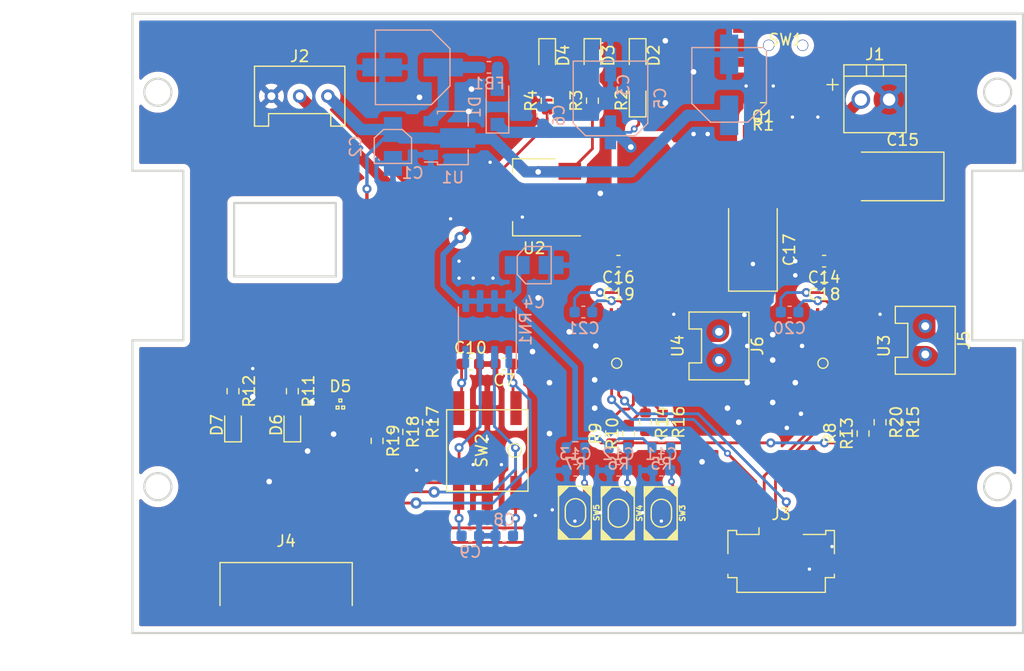
<source format=kicad_pcb>
(kicad_pcb (version 20171130) (host pcbnew "(5.1.10)-1")
  (layers (0 F.Cu signal) (31 B.Cu signal) (34 B.Paste user) (35 F.Paste user) (36 B.SilkS user) (37 F.SilkS user) (38 B.Mask user) (39 F.Mask user) (44 Edge.Cuts user))
  (net 0 "")
  (net 1 "Net-(C1-Pad1)")
  (net 2 GND)
  (net 3 +5V)
  (net 4 +3V3)
  (net 5 +BATT)
  (net 6 /Rotary8)
  (net 7 /Rotary4)
  (net 8 /Rotary2)
  (net 9 /Rotary1)
  (net 10 /SW3)
  (net 11 /SW2)
  (net 12 /SW1)
  (net 13 "Net-(C18-Pad2)")
  (net 14 "Net-(C19-Pad2)")
  (net 15 "Net-(C20-Pad2)")
  (net 16 "Net-(C20-Pad1)")
  (net 17 "Net-(C21-Pad1)")
  (net 18 "Net-(C21-Pad2)")
  (net 19 "Net-(D1-Pad1)")
  (net 20 "Net-(D2-Pad2)")
  (net 21 "Net-(D3-Pad2)")
  (net 22 "Net-(D4-Pad2)")
  (net 23 "Net-(D5-Pad2)")
  (net 24 "Net-(D5-Pad3)")
  (net 25 "Net-(D5-Pad4)")
  (net 26 "Net-(D6-Pad2)")
  (net 27 "Net-(D6-Pad1)")
  (net 28 "Net-(D7-Pad1)")
  (net 29 "Net-(D7-Pad2)")
  (net 30 "Net-(J1-Pad2)")
  (net 31 /DRV1_EN)
  (net 32 /DRV1_PN)
  (net 33 /DRV2_EN)
  (net 34 /DRV2_PN)
  (net 35 "Net-(J5-Pad1)")
  (net 36 "Net-(J5-Pad2)")
  (net 37 "Net-(J6-Pad2)")
  (net 38 "Net-(J6-Pad1)")
  (net 39 "Net-(Q1-Pad1)")
  (net 40 "Net-(R8-Pad2)")
  (net 41 "Net-(R9-Pad2)")
  (net 42 "Net-(R10-Pad2)")
  (net 43 "Net-(R13-Pad2)")
  (net 44 "Net-(R15-Pad1)")
  (net 45 "Net-(R16-Pad1)")
  (net 46 "Net-(J4-Pad3)")
  (net 47 "Net-(J4-Pad4)")
  (net 48 "Net-(J4-Pad5)")
  (module PA:PA_01x02 (layer F.Cu) (at 30.75 1.5 270)
    (fp_text reference J5 (at 0 -3.4 90) (layer F.SilkS))
    (fp_text value PA2)
    (pad 1 thru_hole circle (at 1.25 0 270) (size 1.2 1.2) (drill 0.7) (layers *.Cu *.Mask) (net 35 "Net-(J5-Pad1)"))
    (pad 2 thru_hole circle (at -1.25 0 270) (size 1.2 1.2) (drill 0.7) (layers *.Cu *.Mask) (net 36 "Net-(J5-Pad2)"))
  )
  (module Switch:SSSS810701 (layer F.Cu) (at 18.4 -24.6 180)
    (fp_text reference SW1 (at 0 0.5) (layer F.SilkS))
    (fp_text value SW_DPDT_x2)
    (pad MP smd rect (at -4.15 -1.5 180) (size 1 0.8) (layers F.Cu F.Paste F.Mask))
    (pad MP smd rect (at -4.15 1.5 180) (size 1 0.8) (layers F.Cu F.Paste F.Mask))
    (pad MP smd rect (at 4.15 1.5 180) (size 1 0.8) (layers F.Cu F.Paste F.Mask))
    (pad MP smd rect (at 4.15 -1.5 180) (size 1 0.8) (layers F.Cu F.Paste F.Mask))
    (pad "" np_thru_hole circle (at -1.5 0 180) (size 1 1) (drill 0.9) (layers *.Cu *.Mask))
    (pad "" np_thru_hole circle (at 1.5 0 180) (size 1 1) (drill 0.9) (layers *.Cu *.Mask))
    (pad 1 smd rect (at -2.25 -1.75 180) (size 0.7 1.5) (layers F.Cu F.Paste F.Mask) (net 2 GND))
    (pad 2 smd rect (at 0.75 -1.75 180) (size 0.7 1.5) (layers F.Cu F.Paste F.Mask) (net 2 GND))
    (pad 3 smd rect (at 2.25 -1.75 180) (size 0.7 1.5) (layers F.Cu F.Paste F.Mask) (net 39 "Net-(Q1-Pad1)"))
  )
  (module original:SOT-89 (layer F.Cu) (at 16.4 -15.3 180)
    (fp_text reference Q1 (at 0 3 180) (layer F.SilkS))
    (fp_text value CXDM4060P)
    (pad 1 smd rect (at 1.5 1.3925 180) (size 0.58 1.73) (layers F.Cu F.Paste F.Mask) (net 39 "Net-(Q1-Pad1)"))
    (pad 2 smd rect (at 0 1.5075 180) (size 0.76 1.5) (layers F.Cu F.Paste F.Mask) (net 5 +BATT))
    (pad 3 smd rect (at -1.5 1.3925 180) (size 0.58 1.73) (layers F.Cu F.Paste F.Mask) (net 30 "Net-(J1-Pad2)"))
    (pad 2 smd rect (at 0 -0.7575 180) (size 1.933 3.03) (layers F.Cu F.Paste F.Mask) (net 5 +BATT))
  )
  (module Capacitor:ECASD91B107M012K00 (layer F.Cu) (at 28.75 -13 180)
    (fp_text reference C15 (at 0 3.224997) (layer F.SilkS))
    (fp_text value 100u)
    (pad 2 smd rect (at -3.5 0 180) (size 2 3) (layers F.Cu F.Paste F.Mask) (net 2 GND))
    (pad 1 smd rect (at 3.5 0 180) (size 2 3) (layers F.Cu F.Paste F.Mask) (net 5 +BATT))
  )
  (module Capacitor:ECASD91B107M012K00 (layer F.Cu) (at 15.5 -6.5 90)
    (fp_text reference C17 (at 0 3.224997 270) (layer F.SilkS))
    (fp_text value 100u)
    (pad 2 smd rect (at -3.5 0 90) (size 2 3) (layers F.Cu F.Paste F.Mask) (net 2 GND))
    (pad 1 smd rect (at 3.5 0 90) (size 2 3) (layers F.Cu F.Paste F.Mask) (net 5 +BATT))
  )
  (module Capacitor:AVE106M16A12T-F (layer B.Cu) (at -14.6 -22.65)
    (fp_text reference C1 (at 0 9.35) (layer B.SilkS) (effects (justify mirror)))
    (fp_text value 10u)
    (pad 1 smd rect (at 2.7 0) (size 3.5 1.6) (layers B.Cu B.Paste B.Mask) (net 1 "Net-(C1-Pad1)"))
    (pad 2 smd rect (at -2.7 0) (size 3.5 1.6) (layers B.Cu B.Paste B.Mask) (net 2 GND))
  )
  (module Capacitor:865090168010 (layer B.Cu) (at -16.35 -15.65 90)
    (fp_text reference C2 (at 0 -3.3 90) (layer B.SilkS) (effects (justify mirror)))
    (fp_text value 22u)
    (pad 1 smd rect (at 1.5 0 90) (size 2.2 1.6) (layers B.Cu B.Paste B.Mask) (net 3 +5V))
    (pad 2 smd rect (at -1.5 0 90) (size 2.2 1.6) (layers B.Cu B.Paste B.Mask) (net 2 GND))
  )
  (module Capacitor:AVE106M16A12T-F (layer B.Cu) (at 13.4 -21.1 270)
    (fp_text reference C3 (at 0 9.35 90) (layer B.SilkS) (effects (justify mirror)))
    (fp_text value 10u)
    (pad 2 smd rect (at -2.7 0 270) (size 3.5 1.6) (layers B.Cu B.Paste B.Mask) (net 2 GND))
    (pad 1 smd rect (at 2.7 0 270) (size 3.5 1.6) (layers B.Cu B.Paste B.Mask) (net 3 +5V))
  )
  (module Capacitor:865090168010 (layer B.Cu) (at -3.85 -5.15 180)
    (fp_text reference C4 (at 0 -3.3) (layer B.SilkS) (effects (justify mirror)))
    (fp_text value 22u)
    (pad 2 smd rect (at -1.5 0 180) (size 2.2 1.6) (layers B.Cu B.Paste B.Mask) (net 2 GND))
    (pad 1 smd rect (at 1.5 0 180) (size 2.2 1.6) (layers B.Cu B.Paste B.Mask) (net 4 +3V3))
  )
  (module Capacitor:EEE-1AA221XP (layer B.Cu) (at 2.9 -19.9 270)
    (fp_text reference C5 (at 0 -4.4 270) (layer B.SilkS) (effects (justify mirror)))
    (fp_text value 220u)
    (pad 1 smd rect (at 3 0 270) (size 3 1) (layers B.Cu B.Paste B.Mask) (net 5 +BATT))
    (pad 2 smd rect (at -3 0 270) (size 3 1) (layers B.Cu B.Paste B.Mask) (net 2 GND))
  )
  (module Capacitor_SMD:C_0603_1608Metric (layer B.Cu) (at -3.1 -18.4 90)
    (fp_text reference C6 (at 0 1.43 270) (layer B.SilkS) (effects (justify mirror)))
    (fp_text value 0.1u)
    (pad 2 smd roundrect (at 0.775 0 90) (size 0.9 0.95) (layers B.Cu B.Paste B.Mask) (net 2 GND))
    (pad 1 smd roundrect (at -0.775 0 90) (size 0.9 0.95) (layers B.Cu B.Paste B.Mask) (net 5 +BATT))
  )
  (module Capacitor_SMD:C_0603_1608Metric (layer F.Cu) (at -6.5 3.6 180)
    (fp_text reference C7 (at 0 -1.43) (layer F.SilkS))
    (fp_text value 0.1u)
    (pad 2 smd roundrect (at 0.775 0 180) (size 0.9 0.95) (layers F.Cu F.Paste F.Mask) (net 2 GND))
    (pad 1 smd roundrect (at -0.775 0 180) (size 0.9 0.95) (layers F.Cu F.Paste F.Mask) (net 9 /Rotary1))
  )
  (module Capacitor_SMD:C_0603_1608Metric (layer B.Cu) (at -6.5 18.8 180)
    (fp_text reference C8 (at 0 1.43) (layer B.SilkS) (effects (justify mirror)))
    (fp_text value 0.1u)
    (pad 1 smd roundrect (at -0.775 0 180) (size 0.9 0.95) (layers B.Cu B.Paste B.Mask) (net 6 /Rotary8))
    (pad 2 smd roundrect (at 0.775 0 180) (size 0.9 0.95) (layers B.Cu B.Paste B.Mask) (net 2 GND))
  )
  (module Capacitor_SMD:C_0603_1608Metric (layer B.Cu) (at -9.5 18.8)
    (fp_text reference C9 (at 0 1.43) (layer B.SilkS) (effects (justify mirror)))
    (fp_text value 0.1u)
    (pad 2 smd roundrect (at 0.775 0) (size 0.9 0.95) (layers B.Cu B.Paste B.Mask) (net 2 GND))
    (pad 1 smd roundrect (at -0.775 0) (size 0.9 0.95) (layers B.Cu B.Paste B.Mask) (net 8 /Rotary2))
  )
  (module Capacitor_SMD:C_0603_1608Metric (layer F.Cu) (at -9.5 3.6)
    (fp_text reference C10 (at 0 -1.43) (layer F.SilkS))
    (fp_text value 0.1u)
    (pad 2 smd roundrect (at 0.775 0) (size 0.9 0.95) (layers F.Cu F.Paste F.Mask) (net 2 GND))
    (pad 1 smd roundrect (at -0.775 0) (size 0.9 0.95) (layers F.Cu F.Paste F.Mask) (net 7 /Rotary4))
  )
  (module Capacitor_SMD:C_0603_1608Metric (layer B.Cu) (at 7.4 13 180)
    (fp_text reference C11 (at 0 1.43) (layer B.SilkS) (effects (justify mirror)))
    (fp_text value 0.1u)
    (pad 2 smd roundrect (at 0.775 0 180) (size 0.9 0.95) (layers B.Cu B.Paste B.Mask) (net 2 GND))
    (pad 1 smd roundrect (at -0.775 0 180) (size 0.9 0.95) (layers B.Cu B.Paste B.Mask) (net 10 /SW3))
  )
  (module Capacitor_SMD:C_0603_1608Metric (layer B.Cu) (at 3.6 13 180)
    (fp_text reference C12 (at 0 1.43) (layer B.SilkS) (effects (justify mirror)))
    (fp_text value 0.1u)
    (pad 1 smd roundrect (at -0.775 0 180) (size 0.9 0.95) (layers B.Cu B.Paste B.Mask) (net 11 /SW2))
    (pad 2 smd roundrect (at 0.775 0 180) (size 0.9 0.95) (layers B.Cu B.Paste B.Mask) (net 2 GND))
  )
  (module Capacitor_SMD:C_0603_1608Metric (layer B.Cu) (at -0.2 13 180)
    (fp_text reference C13 (at 0 1.43) (layer B.SilkS) (effects (justify mirror)))
    (fp_text value 0.1u)
    (pad 1 smd roundrect (at -0.775 0 180) (size 0.9 0.95) (layers B.Cu B.Paste B.Mask) (net 12 /SW1))
    (pad 2 smd roundrect (at 0.775 0 180) (size 0.9 0.95) (layers B.Cu B.Paste B.Mask) (net 2 GND))
  )
  (module Capacitor_SMD:C_0603_1608Metric (layer F.Cu) (at 21.8 -5.5 180)
    (fp_text reference C14 (at 0 -1.43) (layer F.SilkS))
    (fp_text value 0.1u)
    (pad 1 smd roundrect (at -0.775 0 180) (size 0.9 0.95) (layers F.Cu F.Paste F.Mask) (net 5 +BATT))
    (pad 2 smd roundrect (at 0.775 0 180) (size 0.9 0.95) (layers F.Cu F.Paste F.Mask) (net 2 GND))
  )
  (module Capacitor_SMD:C_0603_1608Metric (layer F.Cu) (at 3.6 -5.5 180)
    (fp_text reference C16 (at 0 -1.43) (layer F.SilkS))
    (fp_text value 0.1u)
    (pad 1 smd roundrect (at -0.775 0 180) (size 0.9 0.95) (layers F.Cu F.Paste F.Mask) (net 5 +BATT))
    (pad 2 smd roundrect (at 0.775 0 180) (size 0.9 0.95) (layers F.Cu F.Paste F.Mask) (net 2 GND))
  )
  (module Capacitor_SMD:C_0603_1608Metric (layer F.Cu) (at 21.8 -4 180)
    (fp_text reference C18 (at 0 -1.43) (layer F.SilkS))
    (fp_text value 0.1u)
    (pad 2 smd roundrect (at 0.775 0 180) (size 0.9 0.95) (layers F.Cu F.Paste F.Mask) (net 13 "Net-(C18-Pad2)"))
    (pad 1 smd roundrect (at -0.775 0 180) (size 0.9 0.95) (layers F.Cu F.Paste F.Mask) (net 5 +BATT))
  )
  (module Capacitor_SMD:C_0603_1608Metric (layer F.Cu) (at 3.6 -4 180)
    (fp_text reference C19 (at 0 -1.43) (layer F.SilkS))
    (fp_text value 0.1u)
    (pad 1 smd roundrect (at -0.775 0 180) (size 0.9 0.95) (layers F.Cu F.Paste F.Mask) (net 5 +BATT))
    (pad 2 smd roundrect (at 0.775 0 180) (size 0.9 0.95) (layers F.Cu F.Paste F.Mask) (net 14 "Net-(C19-Pad2)"))
  )
  (module Capacitor_SMD:C_0603_1608Metric (layer B.Cu) (at 18.75 -1)
    (fp_text reference C20 (at 0 1.43) (layer B.SilkS) (effects (justify mirror)))
    (fp_text value 22n)
    (pad 1 smd roundrect (at -0.775 0) (size 0.9 0.95) (layers B.Cu B.Paste B.Mask) (net 16 "Net-(C20-Pad1)"))
    (pad 2 smd roundrect (at 0.775 0) (size 0.9 0.95) (layers B.Cu B.Paste B.Mask) (net 15 "Net-(C20-Pad2)"))
  )
  (module Capacitor_SMD:C_0603_1608Metric (layer B.Cu) (at 0.5 -1)
    (fp_text reference C21 (at 0 1.43 180) (layer B.SilkS) (effects (justify mirror)))
    (fp_text value 22n)
    (pad 2 smd roundrect (at 0.775 0) (size 0.9 0.95) (layers B.Cu B.Paste B.Mask) (net 18 "Net-(C21-Pad2)"))
    (pad 1 smd roundrect (at -0.775 0) (size 0.9 0.95) (layers B.Cu B.Paste B.Mask) (net 17 "Net-(C21-Pad1)"))
  )
  (module original:SOD-123FL (layer B.Cu) (at -7.1 -19.15 90)
    (fp_text reference D1 (at 0 -2.000001 270) (layer B.SilkS) (effects (justify mirror)))
    (fp_text value SS2040FL-AU_R1_000A1)
    (pad 1 smd rect (at 1.55 0 90) (size 1.15 1.22) (layers B.Cu B.Paste B.Mask) (net 19 "Net-(D1-Pad1)"))
    (pad 2 smd rect (at -1.55 0 90) (size 1.15 1.22) (layers B.Cu B.Paste B.Mask) (net 5 +BATT))
  )
  (module Diode_SMD:D_0603_1608Metric (layer F.Cu) (at 5.3 -23.7 270)
    (fp_text reference D2 (at 0 -1.43 90) (layer F.SilkS))
    (fp_text value Red)
    (pad 2 smd roundrect (at 0.7875 0 270) (size 0.875 0.95) (layers F.Cu F.Paste F.Mask) (net 20 "Net-(D2-Pad2)"))
    (pad 1 smd roundrect (at -0.7875 0 270) (size 0.875 0.95) (layers F.Cu F.Paste F.Mask) (net 2 GND))
  )
  (module Diode_SMD:D_0603_1608Metric (layer F.Cu) (at 1.3 -23.7 270)
    (fp_text reference D3 (at 0 -1.43 90) (layer F.SilkS))
    (fp_text value Orange)
    (pad 2 smd roundrect (at 0.7875 0 270) (size 0.875 0.95) (layers F.Cu F.Paste F.Mask) (net 21 "Net-(D3-Pad2)"))
    (pad 1 smd roundrect (at -0.7875 0 270) (size 0.875 0.95) (layers F.Cu F.Paste F.Mask) (net 2 GND))
  )
  (module Diode_SMD:D_0603_1608Metric (layer F.Cu) (at -2.7 -23.7 270)
    (fp_text reference D4 (at 0 -1.43 90) (layer F.SilkS))
    (fp_text value Yellow)
    (pad 1 smd roundrect (at -0.7875 0 270) (size 0.875 0.95) (layers F.Cu F.Paste F.Mask) (net 2 GND))
    (pad 2 smd roundrect (at 0.7875 0 270) (size 0.875 0.95) (layers F.Cu F.Paste F.Mask) (net 22 "Net-(D4-Pad2)"))
  )
  (module original:APTF1616LSEEZGKQBKC (layer F.Cu) (at -21 7.2 180)
    (fp_text reference D5 (at 0 1.625) (layer F.SilkS))
    (fp_text value APTF1616LSEEZGKQBKC)
    (pad 1 smd rect (at 0.875 0.5 180) (size 0.85 0.5) (layers F.Cu F.Paste F.Mask) (net 3 +5V))
    (pad 2 smd rect (at -0.875 0.5 180) (size 0.85 0.5) (layers F.Cu F.Paste F.Mask) (net 23 "Net-(D5-Pad2)"))
    (pad 3 smd rect (at -0.875 -0.5 180) (size 0.85 0.5) (layers F.Cu F.Paste F.Mask) (net 24 "Net-(D5-Pad3)"))
    (pad 4 smd rect (at 0.875 -0.5 180) (size 0.85 0.5) (layers F.Cu F.Paste F.Mask) (net 25 "Net-(D5-Pad4)"))
  )
  (module Diode_SMD:D_0603_1608Metric (layer F.Cu) (at -25.25 9 90)
    (fp_text reference D6 (at 0 -1.43 90) (layer F.SilkS))
    (fp_text value SMLEN3WBC8W1)
    (pad 2 smd roundrect (at 0.7875 0 90) (size 0.875 0.95) (layers F.Cu F.Paste F.Mask) (net 26 "Net-(D6-Pad2)"))
    (pad 1 smd roundrect (at -0.7875 0 90) (size 0.875 0.95) (layers F.Cu F.Paste F.Mask) (net 27 "Net-(D6-Pad1)"))
  )
  (module Diode_SMD:D_0603_1608Metric (layer F.Cu) (at -30.5 9 90)
    (fp_text reference D7 (at 0 -1.43 90) (layer F.SilkS))
    (fp_text value SMLEN3WBC8W1)
    (pad 1 smd roundrect (at -0.7875 0 90) (size 0.875 0.95) (layers F.Cu F.Paste F.Mask) (net 28 "Net-(D7-Pad1)"))
    (pad 2 smd roundrect (at 0.7875 0 90) (size 0.875 0.95) (layers F.Cu F.Paste F.Mask) (net 29 "Net-(D7-Pad2)"))
  )
  (module Inductor_SMD:L_0603_1608Metric (layer B.Cu) (at -7.85 -22.65)
    (fp_text reference FB1 (at 0 1.43) (layer B.SilkS) (effects (justify mirror)))
    (fp_text value 470)
    (pad 1 smd roundrect (at -0.7875 0) (size 0.875 0.95) (layers B.Cu B.Paste B.Mask) (net 1 "Net-(C1-Pad1)"))
    (pad 2 smd roundrect (at 0.7875 0) (size 0.875 0.95) (layers B.Cu B.Paste B.Mask) (net 19 "Net-(D1-Pad1)"))
  )
  (module ILG:ILG_01x02 (layer F.Cu) (at 26.3 -19.8)
    (fp_text reference J1 (at 0 -4) (layer F.SilkS))
    (fp_text value ILG2)
    (pad 2 thru_hole circle (at -1.25 0) (size 1.65 1.65) (drill 1.1) (layers *.Cu *.Mask) (net 30 "Net-(J1-Pad2)"))
    (pad 1 thru_hole circle (at 1.25 0) (size 1.65 1.65) (drill 1.1) (layers *.Cu *.Mask) (net 2 GND))
  )
  (module PA:PA_01x03 (layer F.Cu) (at -24.6 -20.1)
    (fp_text reference J2 (at 0 -3.533328) (layer F.SilkS))
    (fp_text value PA3)
    (pad 1 thru_hole circle (at 2.5 0) (size 1.2 1.2) (drill 0.7) (layers *.Cu *.Mask) (net 3 +5V))
    (pad 2 thru_hole circle (at 0 0) (size 1.2 1.2) (drill 0.7) (layers *.Cu *.Mask) (net 4 +3V3))
    (pad 3 thru_hole circle (at -2.5 0) (size 1.2 1.2) (drill 0.7) (layers *.Cu *.Mask) (net 2 GND))
  )
  (module Connector_FFC-FPC:Molex_200528-0040_1x04-1MP_P1.00mm_Horizontal (layer F.Cu) (at 18 19.5)
    (fp_text reference J3 (at 0 -2.61) (layer F.SilkS))
    (fp_text value FFC4)
    (pad MP smd rect (at -4.3 1.79) (size 2 1.3) (layers F.Cu F.Paste F.Mask) (net 2 GND))
    (pad MP smd rect (at 4.3 1.79) (size 2 1.3) (layers F.Cu F.Paste F.Mask) (net 2 GND))
    (pad 1 smd rect (at -1.5 -0.91) (size 0.4 1) (layers F.Cu F.Paste F.Mask) (net 31 /DRV1_EN))
    (pad 2 smd rect (at -0.5 -0.91) (size 0.4 1) (layers F.Cu F.Paste F.Mask) (net 32 /DRV1_PN))
    (pad 3 smd rect (at 0.5 -0.91) (size 0.4 1) (layers F.Cu F.Paste F.Mask) (net 34 /DRV2_PN))
    (pad 4 smd rect (at 1.5 -0.91) (size 0.4 1) (layers F.Cu F.Paste F.Mask) (net 33 /DRV2_EN))
  )
  (module PA:PA_01x02 (layer F.Cu) (at 12.5 2 270)
    (fp_text reference J6 (at 0 -3.4 90) (layer F.SilkS))
    (fp_text value PA2)
    (pad 2 thru_hole circle (at -1.25 0 270) (size 1.2 1.2) (drill 0.7) (layers *.Cu *.Mask) (net 37 "Net-(J6-Pad2)"))
    (pad 1 thru_hole circle (at 1.25 0 270) (size 1.2 1.2) (drill 0.7) (layers *.Cu *.Mask) (net 38 "Net-(J6-Pad1)"))
  )
  (module Resistor_SMD:R_0603_1608Metric (layer F.Cu) (at 16.4 -19 180)
    (fp_text reference R1 (at 0 -1.43) (layer F.SilkS))
    (fp_text value 10k)
    (pad 2 smd roundrect (at 0.825 0 180) (size 0.8 0.95) (layers F.Cu F.Paste F.Mask) (net 39 "Net-(Q1-Pad1)"))
    (pad 1 smd roundrect (at -0.825 0 180) (size 0.8 0.95) (layers F.Cu F.Paste F.Mask) (net 30 "Net-(J1-Pad2)"))
  )
  (module Diode_SMD:D_0603_1608Metric (layer F.Cu) (at 5.3 -19.75 90)
    (fp_text reference R2 (at 0 -1.43 90) (layer F.SilkS))
    (fp_text value 2k)
    (pad 1 smd roundrect (at -0.7875 0 90) (size 0.875 0.95) (layers F.Cu F.Paste F.Mask) (net 5 +BATT))
    (pad 2 smd roundrect (at 0.7875 0 90) (size 0.875 0.95) (layers F.Cu F.Paste F.Mask) (net 20 "Net-(D2-Pad2)"))
  )
  (module Resistor_SMD:R_0603_1608Metric (layer F.Cu) (at 1.3 -19.7 90)
    (fp_text reference R3 (at 0 -1.43 90) (layer F.SilkS))
    (fp_text value 680)
    (pad 2 smd roundrect (at 0.825 0 90) (size 0.8 0.95) (layers F.Cu F.Paste F.Mask) (net 21 "Net-(D3-Pad2)"))
    (pad 1 smd roundrect (at -0.825 0 90) (size 0.8 0.95) (layers F.Cu F.Paste F.Mask) (net 3 +5V))
  )
  (module Resistor_SMD:R_0603_1608Metric (layer F.Cu) (at -2.7 -19.7 90)
    (fp_text reference R4 (at 0 -1.43 90) (layer F.SilkS))
    (fp_text value 270)
    (pad 1 smd roundrect (at -0.825 0 90) (size 0.8 0.95) (layers F.Cu F.Paste F.Mask) (net 4 +3V3))
    (pad 2 smd roundrect (at 0.825 0 90) (size 0.8 0.95) (layers F.Cu F.Paste F.Mask) (net 22 "Net-(D4-Pad2)"))
  )
  (module Resistor_SMD:R_0603_1608Metric (layer B.Cu) (at 7.4 11)
    (fp_text reference R5 (at 0 1.43) (layer B.SilkS) (effects (justify mirror)))
    (fp_text value 10k)
    (pad 1 smd roundrect (at -0.825 0) (size 0.8 0.95) (layers B.Cu B.Paste B.Mask) (net 4 +3V3))
    (pad 2 smd roundrect (at 0.825 0) (size 0.8 0.95) (layers B.Cu B.Paste B.Mask) (net 10 /SW3))
  )
  (module Resistor_SMD:R_0603_1608Metric (layer B.Cu) (at 3.6 11)
    (fp_text reference R6 (at 0 1.43) (layer B.SilkS) (effects (justify mirror)))
    (fp_text value 10k)
    (pad 2 smd roundrect (at 0.825 0) (size 0.8 0.95) (layers B.Cu B.Paste B.Mask) (net 11 /SW2))
    (pad 1 smd roundrect (at -0.825 0) (size 0.8 0.95) (layers B.Cu B.Paste B.Mask) (net 4 +3V3))
  )
  (module Resistor_SMD:R_0603_1608Metric (layer B.Cu) (at -0.2 11)
    (fp_text reference R7 (at 0 1.43) (layer B.SilkS) (effects (justify mirror)))
    (fp_text value 10k)
    (pad 2 smd roundrect (at 0.825 0) (size 0.8 0.95) (layers B.Cu B.Paste B.Mask) (net 12 /SW1))
    (pad 1 smd roundrect (at -0.825 0) (size 0.8 0.95) (layers B.Cu B.Paste B.Mask) (net 4 +3V3))
  )
  (module Resistor_SMD:R_0603_1608Metric (layer F.Cu) (at 23.75 9.75 90)
    (fp_text reference R8 (at 0 -1.43 90) (layer F.SilkS))
    (fp_text value 10k)
    (pad 2 smd roundrect (at 0.825 0 90) (size 0.8 0.95) (layers F.Cu F.Paste F.Mask) (net 40 "Net-(R8-Pad2)"))
    (pad 1 smd roundrect (at -0.825 0 90) (size 0.8 0.95) (layers F.Cu F.Paste F.Mask) (net 4 +3V3))
  )
  (module Resistor_SMD:R_0603_1608Metric (layer F.Cu) (at 3 9.75 90)
    (fp_text reference R9 (at 0 -1.43 90) (layer F.SilkS))
    (fp_text value 10k)
    (pad 2 smd roundrect (at 0.825 0 90) (size 0.8 0.95) (layers F.Cu F.Paste F.Mask) (net 41 "Net-(R9-Pad2)"))
    (pad 1 smd roundrect (at -0.825 0 90) (size 0.8 0.95) (layers F.Cu F.Paste F.Mask) (net 4 +3V3))
  )
  (module Resistor_SMD:R_0603_1608Metric (layer F.Cu) (at 4.5 9.75 90)
    (fp_text reference R10 (at 0 -1.43 270) (layer F.SilkS))
    (fp_text value 16k)
    (pad 1 smd roundrect (at -0.825 0 90) (size 0.8 0.95) (layers F.Cu F.Paste F.Mask) (net 4 +3V3))
    (pad 2 smd roundrect (at 0.825 0 90) (size 0.8 0.95) (layers F.Cu F.Paste F.Mask) (net 42 "Net-(R10-Pad2)"))
  )
  (module Resistor_SMD:R_0603_1608Metric (layer F.Cu) (at -25.25 6 270)
    (fp_text reference R11 (at 0 -1.43 90) (layer F.SilkS))
    (fp_text value 470)
    (pad 2 smd roundrect (at 0.825 0 270) (size 0.8 0.95) (layers F.Cu F.Paste F.Mask) (net 26 "Net-(D6-Pad2)"))
    (pad 1 smd roundrect (at -0.825 0 270) (size 0.8 0.95) (layers F.Cu F.Paste F.Mask) (net 3 +5V))
  )
  (module Resistor_SMD:R_0603_1608Metric (layer F.Cu) (at -30.5 6 270)
    (fp_text reference R12 (at 0 -1.43 90) (layer F.SilkS))
    (fp_text value 470)
    (pad 1 smd roundrect (at -0.825 0 270) (size 0.8 0.95) (layers F.Cu F.Paste F.Mask) (net 3 +5V))
    (pad 2 smd roundrect (at 0.825 0 270) (size 0.8 0.95) (layers F.Cu F.Paste F.Mask) (net 29 "Net-(D7-Pad2)"))
  )
  (module Resistor_SMD:R_0603_1608Metric (layer F.Cu) (at 25.25 9.75 90)
    (fp_text reference R13 (at 0 -1.43 90) (layer F.SilkS))
    (fp_text value 16k)
    (pad 2 smd roundrect (at 0.825 0 90) (size 0.8 0.95) (layers F.Cu F.Paste F.Mask) (net 43 "Net-(R13-Pad2)"))
    (pad 1 smd roundrect (at -0.825 0 90) (size 0.8 0.95) (layers F.Cu F.Paste F.Mask) (net 4 +3V3))
  )
  (module Resistor_SMD:R_0603_1608Metric (layer F.Cu) (at 6 8.75 270)
    (fp_text reference R14 (at 0 -1.43 270) (layer F.SilkS))
    (fp_text value 50k)
    (pad 1 smd roundrect (at -0.825 0 270) (size 0.8 0.95) (layers F.Cu F.Paste F.Mask) (net 42 "Net-(R10-Pad2)"))
    (pad 2 smd roundrect (at 0.825 0 270) (size 0.8 0.95) (layers F.Cu F.Paste F.Mask) (net 2 GND))
  )
  (module Resistor_SMD:R_0603_1608Metric (layer F.Cu) (at 28.25 8.75 270)
    (fp_text reference R15 (at 0 -1.43 90) (layer F.SilkS))
    (fp_text value 1.2k)
    (pad 1 smd roundrect (at -0.825 0 270) (size 0.8 0.95) (layers F.Cu F.Paste F.Mask) (net 44 "Net-(R15-Pad1)"))
    (pad 2 smd roundrect (at 0.825 0 270) (size 0.8 0.95) (layers F.Cu F.Paste F.Mask) (net 2 GND))
  )
  (module Resistor_SMD:R_0603_1608Metric (layer F.Cu) (at 7.5 8.75 270)
    (fp_text reference R16 (at 0 -1.43 270) (layer F.SilkS))
    (fp_text value 1.2k)
    (pad 1 smd roundrect (at -0.825 0 270) (size 0.8 0.95) (layers F.Cu F.Paste F.Mask) (net 45 "Net-(R16-Pad1)"))
    (pad 2 smd roundrect (at 0.825 0 270) (size 0.8 0.95) (layers F.Cu F.Paste F.Mask) (net 2 GND))
  )
  (module Resistor_SMD:R_0603_1608Metric (layer F.Cu) (at -14.25 8.75 270)
    (fp_text reference R17 (at 0 -1.43 90) (layer F.SilkS))
    (fp_text value 1.2k)
    (pad 2 smd roundrect (at 0.825 0 270) (size 0.8 0.95) (layers F.Cu F.Paste F.Mask) (net 48 "Net-(J4-Pad5)"))
    (pad 1 smd roundrect (at -0.825 0 270) (size 0.8 0.95) (layers F.Cu F.Paste F.Mask) (net 23 "Net-(D5-Pad2)"))
  )
  (module Resistor_SMD:R_0603_1608Metric (layer F.Cu) (at -16 9.6 270)
    (fp_text reference R18 (at 0 -1.43 90) (layer F.SilkS))
    (fp_text value 1.2k)
    (pad 1 smd roundrect (at -0.825 0 270) (size 0.8 0.95) (layers F.Cu F.Paste F.Mask) (net 24 "Net-(D5-Pad3)"))
    (pad 2 smd roundrect (at 0.825 0 270) (size 0.8 0.95) (layers F.Cu F.Paste F.Mask) (net 47 "Net-(J4-Pad4)"))
  )
  (module Resistor_SMD:R_0603_1608Metric (layer F.Cu) (at -17.75 10.4 270)
    (fp_text reference R19 (at 0 -1.43 90) (layer F.SilkS))
    (fp_text value 1.5k)
    (pad 1 smd roundrect (at -0.825 0 270) (size 0.8 0.95) (layers F.Cu F.Paste F.Mask) (net 25 "Net-(D5-Pad4)"))
    (pad 2 smd roundrect (at 0.825 0 270) (size 0.8 0.95) (layers F.Cu F.Paste F.Mask) (net 46 "Net-(J4-Pad3)"))
  )
  (module Resistor_SMD:R_0603_1608Metric (layer F.Cu) (at 26.75 8.75 270)
    (fp_text reference R20 (at 0 -1.43 90) (layer F.SilkS))
    (fp_text value 50k)
    (pad 1 smd roundrect (at -0.825 0 270) (size 0.8 0.95) (layers F.Cu F.Paste F.Mask) (net 43 "Net-(R13-Pad2)"))
    (pad 2 smd roundrect (at 0.825 0 270) (size 0.8 0.95) (layers F.Cu F.Paste F.Mask) (net 2 GND))
  )
  (module Package_SO:SOIC-8_3.9x4.9mm_P1.27mm (layer B.Cu) (at -8 0.5 90)
    (fp_text reference RN1 (at 0 3.4 -90) (layer B.SilkS) (effects (justify mirror)))
    (fp_text value 10k)
    (pad 1 smd roundrect (at -2.475 1.905 90) (size 1.95 0.6) (layers B.Cu B.Paste B.Mask) (net 9 /Rotary1))
    (pad 2 smd roundrect (at -2.475 0.635 90) (size 1.95 0.6) (layers B.Cu B.Paste B.Mask) (net 6 /Rotary8))
    (pad 3 smd roundrect (at -2.475 -0.635 90) (size 1.95 0.6) (layers B.Cu B.Paste B.Mask) (net 8 /Rotary2))
    (pad 4 smd roundrect (at -2.475 -1.905 90) (size 1.95 0.6) (layers B.Cu B.Paste B.Mask) (net 7 /Rotary4))
    (pad 5 smd roundrect (at 2.475 -1.905 90) (size 1.95 0.6) (layers B.Cu B.Paste B.Mask) (net 4 +3V3))
    (pad 6 smd roundrect (at 2.475 -0.635 90) (size 1.95 0.6) (layers B.Cu B.Paste B.Mask) (net 4 +3V3))
    (pad 7 smd roundrect (at 2.475 0.635 90) (size 1.95 0.6) (layers B.Cu B.Paste B.Mask) (net 4 +3V3))
    (pad 8 smd roundrect (at 2.475 1.905 90) (size 1.95 0.6) (layers B.Cu B.Paste B.Mask) (net 4 +3V3))
  )
  (module Switch:220AMB16R (layer F.Cu) (at -8 11.25 270)
    (fp_text reference SW2 (at 0 0.5 90) (layer F.SilkS))
    (fp_text value 220AMB16R)
    (pad 1 smd rect (at -3.75 -2.54 270) (size 3 1) (layers F.Cu F.Paste F.Mask) (net 9 /Rotary1))
    (pad 2 smd rect (at 3.75 2.54 270) (size 3 1) (layers F.Cu F.Paste F.Mask) (net 8 /Rotary2))
    (pad C smd rect (at 3.75 0 270) (size 3 1) (layers F.Cu F.Paste F.Mask) (net 2 GND))
    (pad 4 smd rect (at -3.75 2.54 270) (size 3 1) (layers F.Cu F.Paste F.Mask) (net 7 /Rotary4))
    (pad 8 smd rect (at 3.75 -2.54 270) (size 3 1) (layers F.Cu F.Paste F.Mask) (net 6 /Rotary8))
    (pad C smd rect (at -3.75 0 270) (size 3 1) (layers F.Cu F.Paste F.Mask) (net 2 GND))
  )
  (module SKRPABE010:SKRPABE010 (layer F.Cu) (at 7.4 16.8 270)
    (fp_text reference SW3 (at 0 -1.866664 90) (layer F.SilkS) (effects (font (size 0.48 0.48))))
    (fp_text value SKRPABE010)
    (pad 1 smd rect (at -1.7325 -1 270) (size 1.05 0.65) (layers F.Cu F.Paste F.Mask) (net 10 /SW3))
    (pad 1 smd rect (at 1.7325 -1 270) (size 1.05 0.65) (layers F.Cu F.Paste F.Mask) (net 10 /SW3))
    (pad 2 smd rect (at -1.7325 1.1 270) (size 1.05 0.65) (layers F.Cu F.Paste F.Mask) (net 2 GND))
    (pad 2 smd rect (at 1.7325 1.1 270) (size 1.05 0.65) (layers F.Cu F.Paste F.Mask) (net 2 GND))
  )
  (module SKRPABE010:SKRPABE010 (layer F.Cu) (at 3.6 16.8 270)
    (fp_text reference SW4 (at 0 -1.866664 90) (layer F.SilkS) (effects (font (size 0.48 0.48))))
    (fp_text value SKRPABE010)
    (pad 2 smd rect (at 1.7325 1.1 270) (size 1.05 0.65) (layers F.Cu F.Paste F.Mask) (net 2 GND))
    (pad 2 smd rect (at -1.7325 1.1 270) (size 1.05 0.65) (layers F.Cu F.Paste F.Mask) (net 2 GND))
    (pad 1 smd rect (at 1.7325 -1 270) (size 1.05 0.65) (layers F.Cu F.Paste F.Mask) (net 11 /SW2))
    (pad 1 smd rect (at -1.7325 -1 270) (size 1.05 0.65) (layers F.Cu F.Paste F.Mask) (net 11 /SW2))
  )
  (module SKRPABE010:SKRPABE010 (layer F.Cu) (at -0.2 16.75 270)
    (fp_text reference SW5 (at 0 -1.866664 90) (layer F.SilkS) (effects (font (size 0.48 0.48))))
    (fp_text value SKRPABE010)
    (pad 1 smd rect (at -1.7325 -1 270) (size 1.05 0.65) (layers F.Cu F.Paste F.Mask) (net 12 /SW1))
    (pad 1 smd rect (at 1.7325 -1 270) (size 1.05 0.65) (layers F.Cu F.Paste F.Mask) (net 12 /SW1))
    (pad 2 smd rect (at -1.7325 1.1 270) (size 1.05 0.65) (layers F.Cu F.Paste F.Mask) (net 2 GND))
    (pad 2 smd rect (at 1.7325 1.1 270) (size 1.05 0.65) (layers F.Cu F.Paste F.Mask) (net 2 GND))
  )
  (module Package_TO_SOT_SMD:SOT-89-3 (layer B.Cu) (at -11.35 -16.4)
    (fp_text reference U1 (at 0.3 3.5) (layer B.SilkS) (effects (justify mirror)))
    (fp_text value AZ1117R-5.0TRE1)
    (pad 1 smd rect (at -1.65 1.5) (size 1.3 0.9) (layers B.Cu B.Paste B.Mask) (net 2 GND))
    (pad 3 smd rect (at -1.65 -1.5) (size 1.3 0.9) (layers B.Cu B.Paste B.Mask) (net 1 "Net-(C1-Pad1)"))
    (pad 2 smd custom (at -1.5625 0) (size 1.475 0.9) (layers B.Cu B.Paste B.Mask) (net 3 +5V) (options (clearance outline) (anchor rect)) (primitives (gr_poly (pts (xy 0.7375 0.8665) (xy 3.8625 0.8665) (xy 3.8625 -0.8665) (xy 0.7375 -0.8665)) (width 0))))
  )
  (module Package_TO_SOT_SMD:SOT-223-3_TabPin2 (layer F.Cu) (at -3.85 -11.15 180)
    (fp_text reference U2 (at 0 -4.5) (layer F.SilkS))
    (fp_text value AZ1117IH-3.3TRG1)
    (pad 2 smd rect (at 3.15 0 180) (size 2 3.8) (layers F.Cu F.Paste F.Mask) (net 4 +3V3))
    (pad 2 smd rect (at -3.15 0 180) (size 2 1.5) (layers F.Cu F.Paste F.Mask) (net 4 +3V3))
    (pad 3 smd rect (at -3.15 2.3 180) (size 2 1.5) (layers F.Cu F.Paste F.Mask) (net 3 +5V))
    (pad 1 smd rect (at -3.15 -2.3 180) (size 2 1.5) (layers F.Cu F.Paste F.Mask) (net 2 GND))
  )
  (module original:TSSOP_16-Pin (layer F.Cu) (at 23.5 2 90)
    (fp_text reference U3 (at 0 3.6 270) (layer F.SilkS))
    (fp_text value DRV8874)
    (pad ThermalPad smd rect (at 0 0 90) (size 2.46 3.55) (layers F.Cu F.Paste F.Mask) (net 2 GND))
    (pad 16 smd rect (at 2.86 -2.275 90) (size 0.97 0.29) (layers F.Cu F.Paste F.Mask) (net 2 GND))
    (pad 15 smd rect (at 2.86 -1.625 90) (size 0.97 0.29) (layers F.Cu F.Paste F.Mask) (net 2 GND))
    (pad 14 smd rect (at 2.86 -0.975 90) (size 0.97 0.29) (layers F.Cu F.Paste F.Mask) (net 15 "Net-(C20-Pad2)"))
    (pad 13 smd rect (at 2.86 -0.325 90) (size 0.97 0.29) (layers F.Cu F.Paste F.Mask) (net 16 "Net-(C20-Pad1)"))
    (pad 12 smd rect (at 2.86 0.325 90) (size 0.97 0.29) (layers F.Cu F.Paste F.Mask) (net 13 "Net-(C18-Pad2)"))
    (pad 11 smd rect (at 2.86 0.975 90) (size 0.97 0.29) (layers F.Cu F.Paste F.Mask) (net 5 +BATT))
    (pad 10 smd rect (at 2.86 1.625 90) (size 0.97 0.29) (layers F.Cu F.Paste F.Mask) (net 36 "Net-(J5-Pad2)"))
    (pad 9 smd rect (at 2.86 2.275 90) (size 0.97 0.29) (layers F.Cu F.Paste F.Mask) (net 2 GND))
    (pad 8 smd rect (at -2.86 2.275 90) (size 0.97 0.29) (layers F.Cu F.Paste F.Mask) (net 35 "Net-(J5-Pad1)"))
    (pad 7 smd rect (at -2.86 1.625 90) (size 0.97 0.29) (layers F.Cu F.Paste F.Mask) (net 2 GND))
    (pad 6 smd rect (at -2.86 0.975 90) (size 0.97 0.29) (layers F.Cu F.Paste F.Mask) (net 44 "Net-(R15-Pad1)"))
    (pad 5 smd rect (at -2.86 0.325 90) (size 0.97 0.29) (layers F.Cu F.Paste F.Mask) (net 43 "Net-(R13-Pad2)"))
    (pad 4 smd rect (at -2.86 -0.325 90) (size 0.97 0.29) (layers F.Cu F.Paste F.Mask) (net 40 "Net-(R8-Pad2)"))
    (pad 3 smd rect (at -2.86 -0.975 90) (size 0.97 0.29) (layers F.Cu F.Paste F.Mask) (net 40 "Net-(R8-Pad2)"))
    (pad 2 smd rect (at -2.86 -1.625 90) (size 0.97 0.29) (layers F.Cu F.Paste F.Mask) (net 32 /DRV1_PN))
    (pad 1 smd rect (at -2.86 -2.275 90) (size 0.97 0.29) (layers F.Cu F.Paste F.Mask) (net 31 /DRV1_EN))
  )
  (module original:TSSOP_16-Pin (layer F.Cu) (at 5.25 2 90)
    (fp_text reference U4 (at 0 3.6 270) (layer F.SilkS))
    (fp_text value DRV8874)
    (pad ThermalPad smd rect (at 0 0 90) (size 2.46 3.55) (layers F.Cu F.Paste F.Mask) (net 2 GND))
    (pad 16 smd rect (at 2.86 -2.275 90) (size 0.97 0.29) (layers F.Cu F.Paste F.Mask) (net 2 GND))
    (pad 15 smd rect (at 2.86 -1.625 90) (size 0.97 0.29) (layers F.Cu F.Paste F.Mask) (net 2 GND))
    (pad 14 smd rect (at 2.86 -0.975 90) (size 0.97 0.29) (layers F.Cu F.Paste F.Mask) (net 18 "Net-(C21-Pad2)"))
    (pad 13 smd rect (at 2.86 -0.325 90) (size 0.97 0.29) (layers F.Cu F.Paste F.Mask) (net 17 "Net-(C21-Pad1)"))
    (pad 12 smd rect (at 2.86 0.325 90) (size 0.97 0.29) (layers F.Cu F.Paste F.Mask) (net 14 "Net-(C19-Pad2)"))
    (pad 11 smd rect (at 2.86 0.975 90) (size 0.97 0.29) (layers F.Cu F.Paste F.Mask) (net 5 +BATT))
    (pad 10 smd rect (at 2.86 1.625 90) (size 0.97 0.29) (layers F.Cu F.Paste F.Mask) (net 37 "Net-(J6-Pad2)"))
    (pad 9 smd rect (at 2.86 2.275 90) (size 0.97 0.29) (layers F.Cu F.Paste F.Mask) (net 2 GND))
    (pad 8 smd rect (at -2.86 2.275 90) (size 0.97 0.29) (layers F.Cu F.Paste F.Mask) (net 38 "Net-(J6-Pad1)"))
    (pad 7 smd rect (at -2.86 1.625 90) (size 0.97 0.29) (layers F.Cu F.Paste F.Mask) (net 2 GND))
    (pad 6 smd rect (at -2.86 0.975 90) (size 0.97 0.29) (layers F.Cu F.Paste F.Mask) (net 45 "Net-(R16-Pad1)"))
    (pad 5 smd rect (at -2.86 0.325 90) (size 0.97 0.29) (layers F.Cu F.Paste F.Mask) (net 42 "Net-(R10-Pad2)"))
    (pad 4 smd rect (at -2.86 -0.325 90) (size 0.97 0.29) (layers F.Cu F.Paste F.Mask) (net 41 "Net-(R9-Pad2)"))
    (pad 3 smd rect (at -2.86 -0.975 90) (size 0.97 0.29) (layers F.Cu F.Paste F.Mask) (net 41 "Net-(R9-Pad2)"))
    (pad 2 smd rect (at -2.86 -1.625 90) (size 0.97 0.29) (layers F.Cu F.Paste F.Mask) (net 34 /DRV2_PN))
    (pad 1 smd rect (at -2.86 -2.275 90) (size 0.97 0.29) (layers F.Cu F.Paste F.Mask) (net 33 /DRV2_EN))
  )
  (module FFC:WürthElektronik_687112183722_01x12_P0.5mm (layer F.Cu) (at -25.8 24.1)
    (fp_text reference J4 (at 0 -4.833336) (layer F.SilkS))
    (fp_text value FFC7)
    (pad 1 smd rect (at -2.75 -3.45) (size 0.3 1) (layers F.Cu F.Paste F.Mask) (net 28 "Net-(D7-Pad1)"))
    (pad 2 smd rect (at -2.25 -3.45) (size 0.3 1) (layers F.Cu F.Paste F.Mask) (net 27 "Net-(D6-Pad1)"))
    (pad 3 smd rect (at -1.75 -3.45) (size 0.3 1) (layers F.Cu F.Paste F.Mask) (net 46 "Net-(J4-Pad3)"))
    (pad 4 smd rect (at -1.25 -3.45) (size 0.3 1) (layers F.Cu F.Paste F.Mask) (net 47 "Net-(J4-Pad4)"))
    (pad 5 smd rect (at -0.75 -3.45) (size 0.3 1) (layers F.Cu F.Paste F.Mask) (net 48 "Net-(J4-Pad5)"))
    (pad 6 smd rect (at -0.25 -3.45) (size 0.3 1) (layers F.Cu F.Paste F.Mask) (net 7 /Rotary4))
    (pad 7 smd rect (at 0.25 -3.45) (size 0.3 1) (layers F.Cu F.Paste F.Mask) (net 8 /Rotary2))
    (pad 8 smd rect (at 0.75 -3.45) (size 0.3 1) (layers F.Cu F.Paste F.Mask) (net 6 /Rotary8))
    (pad 9 smd rect (at 1.25 -3.45) (size 0.3 1) (layers F.Cu F.Paste F.Mask) (net 9 /Rotary1))
    (pad 10 smd rect (at 1.75 -3.45) (size 0.3 1) (layers F.Cu F.Paste F.Mask) (net 12 /SW1))
    (pad 11 smd rect (at 2.25 -3.45) (size 0.3 1) (layers F.Cu F.Paste F.Mask) (net 11 /SW2))
    (pad 12 smd rect (at 2.75 -3.45) (size 0.3 1) (layers F.Cu F.Paste F.Mask) (net 10 /SW3))
    (pad MP smd rect (at -5 0) (size 1.65 1.3) (layers F.Cu F.Paste F.Mask) (net 2 GND))
    (pad MP smd rect (at 5 0) (size 1.65 1.3) (layers F.Cu F.Paste F.Mask) (net 2 GND))
  )
  (gr_line (start -21.4 -10.65) (end -21.4 -4.15) (layer Edge.Cuts) (width 0.2))
  (gr_line (start -30.4 -10.65) (end -21.4 -10.65) (layer Edge.Cuts) (width 0.2))
  (gr_line (start -30.4 -4.15) (end -30.4 -10.65) (layer Edge.Cuts) (width 0.2))
  (gr_line (start -21.4 -4.15) (end -30.4 -4.15) (layer Edge.Cuts) (width 0.2))
  (gr_circle (center -37.15 14.45) (end -35.95 14.45) (layer Edge.Cuts) (width 0.2))
  (gr_circle (center -37.15 -20.449999) (end -35.95 -20.449999) (layer Edge.Cuts) (width 0.2))
  (gr_circle (center 37.15 14.45) (end 38.35 14.45) (layer Edge.Cuts) (width 0.2))
  (gr_circle (center 37.15 -20.449999) (end 38.35 -20.449999) (layer Edge.Cuts) (width 0.2))
  (gr_line (start 39.399999 -27.4) (end -39.399999 -27.399999) (layer Edge.Cuts) (width 0.2))
  (gr_line (start 39.4 -13.5) (end 39.399999 -27.4) (layer Edge.Cuts) (width 0.2))
  (gr_line (start 34.9 -13.5) (end 39.4 -13.5) (layer Edge.Cuts) (width 0.2))
  (gr_line (start 34.9 1.499999) (end 34.9 -13.5) (layer Edge.Cuts) (width 0.2))
  (gr_line (start 39.4 1.499999) (end 34.9 1.499999) (layer Edge.Cuts) (width 0.2))
  (gr_line (start 39.399999 27.399999) (end 39.4 1.499999) (layer Edge.Cuts) (width 0.2))
  (gr_line (start -39.399999 27.4) (end 39.399999 27.399999) (layer Edge.Cuts) (width 0.2))
  (gr_line (start -39.4 1.5) (end -39.399999 27.4) (layer Edge.Cuts) (width 0.2))
  (gr_line (start -34.9 1.5) (end -39.4 1.5) (layer Edge.Cuts) (width 0.2))
  (gr_line (start -34.9 -13.499999) (end -34.9 1.5) (layer Edge.Cuts) (width 0.2))
  (gr_line (start -39.4 -13.499999) (end -34.9 -13.499999) (layer Edge.Cuts) (width 0.2))
  (gr_line (start -39.399999 -27.399999) (end -39.4 -13.499999) (layer Edge.Cuts) (width 0.2))
  (segment (start 20.55 -0.3) (end 21.05 0.2) (width 0.3) (layer F.Cu) (net 2))
  (segment (start 20.55 -0.4) (end 20.55 -0.3) (width 0.3) (layer F.Cu) (net 2))
  (segment (start 21.875 -0.86) (end 21.875 0.375) (width 0.3) (layer F.Cu) (net 2))
  (segment (start 21.875 0.375) (end 23.5 2) (width 0.3) (layer F.Cu) (net 2))
  (segment (start 20.85 -0.6) (end 20.85 -0.3) (width 0.3) (layer F.Cu) (net 2))
  (segment (start 20.85 -0.3) (end 21.05 -0.5) (width 0.3) (layer F.Cu) (net 2))
  (segment (start 20.55 -0.4) (end 20.55 -0.5) (width 0.3) (layer F.Cu) (net 2))
  (segment (start 21.05 -0.5) (end 21.05 -0.05) (width 0.3) (layer F.Cu) (net 2))
  (segment (start 21.225 0.125) (end 21.225 -0.86) (width 0.3) (layer F.Cu) (net 2))
  (segment (start 21.05 -0.05) (end 21.225 0.125) (width 0.3) (layer F.Cu) (net 2))
  (segment (start 20.75 -0.7) (end 20.85 -0.6) (width 0.3) (layer F.Cu) (net 2))
  (segment (start 20.55 -0.5) (end 20.75 -0.7) (width 0.3) (layer F.Cu) (net 2))
  (via (at 26.75 -0.8) (size 0.6) (drill 0.3) (layers F.Cu B.Cu) (net 2))
  (segment (start 26.69 -0.86) (end 26.75 -0.8) (width 0.3) (layer F.Cu) (net 2))
  (segment (start 25.775 -0.86) (end 26.69 -0.86) (width 0.3) (layer F.Cu) (net 2))
  (segment (start 24.25 -1.650002) (end 24.475 -1.425002) (width 0.25) (layer F.Cu) (net 5))
  (segment (start 24.475 -1.425002) (end 24.475 -0.86) (width 0.25) (layer F.Cu) (net 5))
  (segment (start 24.25 -2.25) (end 24.25 -1.650002) (width 0.25) (layer F.Cu) (net 5))
  (segment (start 24.475 -1.425002) (end 24.475 -3.475) (width 0.25) (layer F.Cu) (net 5))
  (segment (start 24.475 -3.475) (end 24.75 -3.75) (width 0.25) (layer F.Cu) (net 5))
  (segment (start 23.825 -1.425) (end 23.825 -0.86) (width 0.25) (layer F.Cu) (net 13))
  (segment (start 21.075 -4) (end 21.25 -4) (width 0.25) (layer F.Cu) (net 13))
  (segment (start 21.25 -4) (end 23.825 -1.425) (width 0.25) (layer F.Cu) (net 13))
  (segment (start 21.888589 -2.725001) (end 20.225001 -2.725001) (width 0.25) (layer F.Cu) (net 16))
  (segment (start 23.175 -1.43859) (end 21.888589 -2.725001) (width 0.25) (layer F.Cu) (net 16))
  (segment (start 23.175 -0.86) (end 23.175 -1.43859) (width 0.25) (layer F.Cu) (net 16))
  (segment (start 18.475001 -2.725001) (end 17.975 -2.225) (width 0.25) (layer B.Cu) (net 16))
  (segment (start 20.225001 -2.725001) (end 18.475001 -2.725001) (width 0.25) (layer B.Cu) (net 16))
  (segment (start 17.975 -2.225) (end 17.975 -1) (width 0.25) (layer B.Cu) (net 16))
  (via (at 20.225001 -2.725001) (size 0.8) (drill 0.4) (layers F.Cu B.Cu) (net 16))
  (segment (start 22.525 -1.45218) (end 21.97718 -2) (width 0.25) (layer F.Cu) (net 15))
  (segment (start 21.97718 -2) (end 21.25 -2) (width 0.25) (layer F.Cu) (net 15))
  (segment (start 22.525 -0.86) (end 22.525 -1.45218) (width 0.25) (layer F.Cu) (net 15))
  (via (at 21.25 -2) (size 0.8) (drill 0.4) (layers F.Cu B.Cu) (net 15))
  (segment (start 19.525 -1.525) (end 19.525 -1) (width 0.25) (layer B.Cu) (net 15))
  (segment (start 21.25 -2) (end 20 -2) (width 0.25) (layer B.Cu) (net 15))
  (segment (start 20 -2) (end 19.525 -1.525) (width 0.25) (layer B.Cu) (net 15))
  (segment (start 25.125 -0.86) (end 25.125 -1.675) (width 0.2) (layer F.Cu) (net 36))
  (segment (start 25.125 -1.675) (end 25.125 -2.175) (width 0.2) (layer F.Cu) (net 36))
  (segment (start 26.2 0.75) (end 26.8 0.75) (width 0.3) (layer F.Cu) (net 36))
  (segment (start 30.75 0.75) (end 30.75 -0.7) (width 1.8) (layer F.Cu) (net 36))
  (segment (start 25.944998 0.75) (end 26.8 0.75) (width 0.5) (layer F.Cu) (net 36))
  (segment (start 25.125 -0.069998) (end 25.944998 0.75) (width 0.5) (layer F.Cu) (net 36))
  (segment (start 25.125 -2.675) (end 25.65 -3.2) (width 0.5) (layer F.Cu) (net 36))
  (segment (start 25.65 -3.2) (end 27.75 -3.2) (width 0.5) (layer F.Cu) (net 36))
  (segment (start 25.125 -2.075) (end 25.125 -2.675) (width 0.3) (layer F.Cu) (net 36))
  (segment (start 25.125 -0.069998) (end 25.125 -2.675) (width 0.5) (layer F.Cu) (net 36))
  (segment (start 25.125 -1.675) (end 25.65 -2.2) (width 0.3) (layer F.Cu) (net 36))
  (segment (start 30.75 0.75) (end 26.8 0.75) (width 1.8) (layer F.Cu) (net 36))
  (segment (start 25.125 -0.325) (end 25.125 -0.86) (width 0.2) (layer F.Cu) (net 36))
  (segment (start 29.2 4.8) (end 26.720001 4.8) (width 2.5) (layer F.Cu) (net 35))
  (segment (start 30.75 3.25) (end 29.2 4.8) (width 2.5) (layer F.Cu) (net 35))
  (segment (start 30.75 3.25) (end 28.2 3.25) (width 2.5) (layer F.Cu) (net 35))
  (segment (start 28.2 3.25) (end 26.720001 4.729999) (width 2.5) (layer F.Cu) (net 35))
  (segment (start 26.720001 4.729999) (end 26.720001 4.8) (width 2.5) (layer F.Cu) (net 35))
  (segment (start -8.6375 -22.65) (end -11.9 -22.65) (width 1) (layer B.Cu) (net 1))
  (segment (start -11.9 -19) (end -13 -17.9) (width 1) (layer B.Cu) (net 1))
  (segment (start -11.9 -22.65) (end -11.9 -19) (width 1) (layer B.Cu) (net 1))
  (via (at -9.65 -18.75) (size 1) (drill 0.5) (layers F.Cu B.Cu) (net 2))
  (via (at -9.4 -20.725) (size 1) (drill 0.5) (layers F.Cu B.Cu) (net 2))
  (segment (start 6.875 4.875) (end 6.894991 4.894991) (width 0.25) (layer F.Cu) (net 2))
  (segment (start 6.894991 4.894991) (end 6.894991 6.144991) (width 0.25) (layer F.Cu) (net 2))
  (segment (start 6.875 4.86) (end 6.875 4.875) (width 0.25) (layer F.Cu) (net 2))
  (segment (start 6.894991 6.144991) (end 7.25 6.5) (width 0.25) (layer F.Cu) (net 2))
  (via (at -8 10.25) (size 0.6) (drill 0.3) (layers F.Cu B.Cu) (net 2))
  (via (at -6.75 12.5) (size 0.6) (drill 0.3) (layers F.Cu B.Cu) (net 2))
  (via (at -9.25 12.5) (size 0.6) (drill 0.3) (layers F.Cu B.Cu) (net 2))
  (via (at -14.25 13) (size 0.6) (drill 0.3) (layers F.Cu B.Cu) (net 2))
  (via (at -28.75 4) (size 0.6) (drill 0.3) (layers F.Cu B.Cu) (net 2))
  (via (at -7.5 -4) (size 0.6) (drill 0.3) (layers F.Cu B.Cu) (net 2))
  (via (at -9.25 -4) (size 0.6) (drill 0.3) (layers F.Cu B.Cu) (net 2))
  (via (at -10.5 -4) (size 0.6) (drill 0.3) (layers F.Cu B.Cu) (net 2))
  (via (at -10.5 -5.5) (size 0.6) (drill 0.3) (layers F.Cu B.Cu) (net 2))
  (via (at -7.75 -14.25) (size 0.6) (drill 0.3) (layers F.Cu B.Cu) (net 2))
  (via (at -11.25 -9.25) (size 0.6) (drill 0.3) (layers F.Cu B.Cu) (net 2))
  (via (at -14 -20) (size 1) (drill 0.5) (layers F.Cu B.Cu) (net 2))
  (via (at -0.25 17.5) (size 0.6) (drill 0.3) (layers F.Cu B.Cu) (net 2))
  (via (at 2 16.75) (size 0.6) (drill 0.3) (layers F.Cu B.Cu) (net 2))
  (via (at 5.75 16.75) (size 0.6) (drill 0.3) (layers F.Cu B.Cu) (net 2))
  (via (at -3.75 17) (size 0.6) (drill 0.3) (layers F.Cu B.Cu) (net 2))
  (via (at -2.25 16.5) (size 0.6) (drill 0.3) (layers F.Cu B.Cu) (net 2))
  (via (at 10.25 -16.75) (size 0.8) (drill 0.4) (layers F.Cu B.Cu) (net 2))
  (via (at 11.5 -16.75) (size 0.8) (drill 0.4) (layers F.Cu B.Cu) (net 2))
  (segment (start -2.7 -24.4875) (end -4.2625 -24.4875) (width 0.25) (layer F.Cu) (net 2))
  (segment (start -4.2625 -24.4875) (end -4.75 -24) (width 0.25) (layer F.Cu) (net 2))
  (segment (start -4.75 -24) (end -4.75 -20.5) (width 0.25) (layer F.Cu) (net 2))
  (segment (start -4.75 -20.5) (end -4 -19.75) (width 0.25) (layer F.Cu) (net 2))
  (segment (start -4 -19.75) (end 6.5 -19.75) (width 0.25) (layer F.Cu) (net 2))
  (segment (start 6.5 -19.75) (end 7.25 -20.5) (width 0.25) (layer F.Cu) (net 2))
  (segment (start 7.25 -20.5) (end 7.25 -24.25) (width 0.25) (layer F.Cu) (net 2))
  (segment (start 7.0125 -24.4875) (end 5.3 -24.4875) (width 0.25) (layer F.Cu) (net 2))
  (segment (start 7.25 -24.25) (end 7.0125 -24.4875) (width 0.25) (layer F.Cu) (net 2))
  (via (at 19 -18.25) (size 0.6) (drill 0.3) (layers F.Cu B.Cu) (net 2))
  (via (at 21.25 -18.25) (size 0.6) (drill 0.3) (layers F.Cu B.Cu) (net 2))
  (via (at 20.5 21.75) (size 0.6) (drill 0.3) (layers F.Cu B.Cu) (net 2))
  (via (at 22.5 19.75) (size 0.6) (drill 0.3) (layers F.Cu B.Cu) (net 2))
  (via (at 7.4 17.5) (size 0.6) (drill 0.3) (layers F.Cu B.Cu) (net 2))
  (via (at -13 8.6) (size 0.6) (drill 0.3) (layers F.Cu B.Cu) (net 2))
  (via (at -4.9 -9.4) (size 0.6) (drill 0.3) (layers F.Cu B.Cu) (net 2))
  (via (at 14.9 -21) (size 0.6) (drill 0.3) (layers F.Cu B.Cu) (net 2))
  (via (at 17.3 -21) (size 0.6) (drill 0.3) (layers F.Cu B.Cu) (net 2))
  (via (at 8.5 -0.8) (size 0.6) (drill 0.3) (layers F.Cu B.Cu) (net 2))
  (segment (start 8.44 -0.86) (end 8.5 -0.8) (width 0.3) (layer F.Cu) (net 2))
  (segment (start 7.525 -0.86) (end 8.44 -0.86) (width 0.3) (layer F.Cu) (net 2))
  (segment (start 3.625 0.375) (end 5.25 2) (width 0.3) (layer F.Cu) (net 2))
  (segment (start 3.625 -0.86) (end 3.625 0.375) (width 0.3) (layer F.Cu) (net 2))
  (segment (start 2.8 -0.05) (end 2.975 0.125) (width 0.3) (layer F.Cu) (net 2))
  (segment (start 2.8 -0.5) (end 2.8 -0.05) (width 0.3) (layer F.Cu) (net 2))
  (segment (start 2.6 -0.6) (end 2.6 -0.3) (width 0.3) (layer F.Cu) (net 2))
  (segment (start 2.5 -0.7) (end 2.6 -0.6) (width 0.3) (layer F.Cu) (net 2))
  (segment (start 2.975 0.125) (end 2.975 -0.86) (width 0.3) (layer F.Cu) (net 2))
  (segment (start 2.3 -0.5) (end 2.5 -0.7) (width 0.3) (layer F.Cu) (net 2))
  (segment (start 2.6 -0.3) (end 2.8 -0.5) (width 0.3) (layer F.Cu) (net 2))
  (segment (start 2.3 -0.4) (end 2.3 -0.5) (width 0.3) (layer F.Cu) (net 2))
  (segment (start 2.3 -0.4) (end 2.3 -0.3) (width 0.3) (layer F.Cu) (net 2))
  (segment (start 2.3 -0.3) (end 2.8 0.2) (width 0.3) (layer F.Cu) (net 2))
  (segment (start 25.125 3.625) (end 23.5 2) (width 0.25) (layer F.Cu) (net 2))
  (segment (start 25.125 4.86) (end 25.125 3.625) (width 0.25) (layer F.Cu) (net 2))
  (via (at 15.5 -5.25) (size 0.8) (drill 0.4) (layers F.Cu B.Cu) (net 2))
  (via (at 19.25 -5.5) (size 0.8) (drill 0.4) (layers F.Cu B.Cu) (net 2))
  (via (at 19.25 -4.25) (size 0.8) (drill 0.4) (layers F.Cu B.Cu) (net 2))
  (via (at 14.75 -0.75) (size 0.8) (drill 0.4) (layers F.Cu B.Cu) (net 2))
  (via (at 19.85 2) (size 0.8) (drill 0.4) (layers F.Cu B.Cu) (net 2))
  (via (at 15 2) (size 0.8) (drill 0.4) (layers F.Cu B.Cu) (net 2))
  (via (at 18.5 9.25) (size 0.8) (drill 0.4) (layers F.Cu B.Cu) (net 2))
  (via (at 19.75 8) (size 0.8) (drill 0.4) (layers F.Cu B.Cu) (net 2))
  (via (at 13.25 7.5) (size 1) (drill 0.5) (layers F.Cu B.Cu) (net 2))
  (via (at 14.25 8.75) (size 1) (drill 0.5) (layers F.Cu B.Cu) (net 2))
  (via (at 15 5.25) (size 1) (drill 0.5) (layers F.Cu B.Cu) (net 2))
  (via (at 17.25 3.25) (size 1) (drill 0.5) (layers F.Cu B.Cu) (net 2))
  (via (at 17.25 1) (size 1) (drill 0.5) (layers F.Cu B.Cu) (net 2))
  (via (at 17.25 7) (size 1) (drill 0.5) (layers F.Cu B.Cu) (net 2))
  (via (at 19.25 5.25) (size 1) (drill 0.5) (layers F.Cu B.Cu) (net 2))
  (via (at -2.5 9.75) (size 1) (drill 0.5) (layers F.Cu B.Cu) (net 2))
  (via (at -2.5 5.25) (size 1) (drill 0.5) (layers F.Cu B.Cu) (net 2))
  (via (at -4 2.5) (size 1) (drill 0.5) (layers F.Cu B.Cu) (net 2))
  (via (at -0.75 0.75) (size 1) (drill 0.5) (layers F.Cu B.Cu) (net 2))
  (via (at 1.6 2) (size 1) (drill 0.5) (layers F.Cu B.Cu) (net 2))
  (via (at 1.5 5) (size 1) (drill 0.5) (layers F.Cu B.Cu) (net 2))
  (via (at 1.5 7.5) (size 1) (drill 0.5) (layers F.Cu B.Cu) (net 2))
  (via (at 11 12.25) (size 1) (drill 0.5) (layers F.Cu B.Cu) (net 2))
  (via (at -3.5 -2.25) (size 1) (drill 0.5) (layers F.Cu B.Cu) (net 2))
  (via (at 2 -11.5) (size 1) (drill 0.5) (layers F.Cu B.Cu) (net 2))
  (via (at 7.75 -19.5) (size 1) (drill 0.5) (layers F.Cu B.Cu) (net 2))
  (via (at 7.75 -25) (size 1) (drill 0.5) (layers F.Cu B.Cu) (net 2))
  (via (at 10.25 -22.25) (size 1) (drill 0.5) (layers F.Cu B.Cu) (net 2))
  (segment (start 28.7 -19.8) (end 27.55 -19.8) (width 2.75) (layer F.Cu) (net 2))
  (segment (start 5.25 2) (end 1.6 2) (width 2.46) (layer F.Cu) (net 2))
  (segment (start 23.5 2) (end 19.85 2) (width 2.46) (layer F.Cu) (net 2))
  (via (at -28.75 6.5) (size 1) (drill 0.5) (layers F.Cu B.Cu) (net 2))
  (via (at -27.3 14) (size 1) (drill 0.5) (layers F.Cu B.Cu) (net 2))
  (via (at -23.5 7) (size 1) (drill 0.5) (layers F.Cu B.Cu) (net 2))
  (via (at -23.9 11.3) (size 1) (drill 0.5) (layers F.Cu B.Cu) (net 2))
  (via (at -21.6 9.8) (size 1) (drill 0.5) (layers F.Cu B.Cu) (net 2))
  (segment (start -30.5 5.175) (end -25.25 5.175) (width 0.25) (layer F.Cu) (net 3))
  (segment (start -23.4 5.175) (end -21.875 6.7) (width 0.25) (layer F.Cu) (net 3))
  (segment (start -25.25 5.175) (end -23.4 5.175) (width 0.25) (layer F.Cu) (net 3))
  (segment (start 1.3 -15.45) (end -0.7 -13.45) (width 0.25) (layer F.Cu) (net 3))
  (segment (start 1.3 -18.875) (end 1.3 -15.45) (width 0.25) (layer F.Cu) (net 3))
  (segment (start -15.6 -16.4) (end -12.9125 -16.4) (width 1) (layer B.Cu) (net 3))
  (segment (start -16.35 -17.15) (end -15.6 -16.4) (width 1) (layer B.Cu) (net 3))
  (segment (start -4.59707 -13.4) (end -3.5 -13.4) (width 1) (layer B.Cu) (net 3))
  (segment (start -12.837499 -16.324999) (end -7.522069 -16.324999) (width 1) (layer B.Cu) (net 3))
  (segment (start -12.9125 -16.4) (end -12.837499 -16.324999) (width 1) (layer B.Cu) (net 3))
  (segment (start -0.75 -13.4) (end -0.7 -13.45) (width 1) (layer F.Cu) (net 3))
  (segment (start 9.7 -18.4) (end 13.4 -18.4) (width 1) (layer B.Cu) (net 3))
  (segment (start 4.7 -13.4) (end 9.7 -18.4) (width 1) (layer B.Cu) (net 3))
  (segment (start -6.648535 -15.451465) (end -4.59707 -13.4) (width 1) (layer B.Cu) (net 3))
  (segment (start -7.522069 -16.324999) (end -6.648535 -15.451465) (width 1) (layer B.Cu) (net 3))
  (segment (start -3.5 -13.4) (end 4.7 -13.4) (width 1) (layer B.Cu) (net 3))
  (segment (start -3.5 -13.4) (end -0.75 -13.4) (width 1) (layer F.Cu) (net 3))
  (segment (start -3.5 -13.4) (end -3.5 -13.4) (width 1) (layer B.Cu) (net 3))
  (via (at -3.5 -13.4) (size 1) (drill 0.5) (layers F.Cu B.Cu) (net 3))
  (segment (start -19.15 -17.15) (end -22.1 -20.1) (width 1) (layer B.Cu) (net 3))
  (segment (start -16.35 -17.15) (end -19.15 -17.15) (width 1) (layer B.Cu) (net 3))
  (segment (start -22.975 5.175) (end -23.4 5.175) (width 0.3) (layer F.Cu) (net 3))
  (segment (start -18.65 -11.9) (end -18.65 -11.9) (width 0.3) (layer F.Cu) (net 3))
  (segment (start -18.65 0.85) (end -22.975 5.175) (width 0.3) (layer F.Cu) (net 3))
  (segment (start -18.65 -11.9) (end -18.65 0.85) (width 0.3) (layer F.Cu) (net 3))
  (via (at -18.65 -11.9) (size 0.8) (drill 0.4) (layers F.Cu B.Cu) (net 3))
  (segment (start -18.65 -14.85) (end -16.35 -17.15) (width 0.3) (layer B.Cu) (net 3))
  (segment (start -18.65 -11.9) (end -18.65 -14.85) (width 0.3) (layer B.Cu) (net 3))
  (segment (start 1.97499 10.19999) (end 2.775 11) (width 0.25) (layer B.Cu) (net 4))
  (segment (start -1.025 11) (end -0.22499 10.19999) (width 0.25) (layer B.Cu) (net 4))
  (segment (start 5.77499 10.19999) (end 6.575 11) (width 0.25) (layer B.Cu) (net 4))
  (segment (start 3.65001 10.19999) (end 5.77499 10.19999) (width 0.25) (layer B.Cu) (net 4))
  (segment (start 2.85 11) (end 3.65001 10.19999) (width 0.25) (layer B.Cu) (net 4))
  (segment (start 2.775 11) (end 2.85 11) (width 0.25) (layer B.Cu) (net 4))
  (segment (start 3 10.575) (end 4.5 10.575) (width 0.25) (layer F.Cu) (net 4))
  (via (at 1.70001 10.19999) (size 0.6) (drill 0.3) (layers F.Cu B.Cu) (net 4))
  (segment (start 2.07502 10.575) (end 1.70001 10.19999) (width 0.25) (layer F.Cu) (net 4))
  (segment (start 3 10.575) (end 2.07502 10.575) (width 0.25) (layer F.Cu) (net 4))
  (segment (start 1.70001 10.19999) (end 1.97499 10.19999) (width 0.25) (layer B.Cu) (net 4))
  (segment (start -0.22499 10.19999) (end 1.70001 10.19999) (width 0.25) (layer B.Cu) (net 4))
  (segment (start -7 -11.15) (end -0.7 -11.15) (width 1.5) (layer F.Cu) (net 4))
  (segment (start -5.25 -2.82) (end -6.095 -1.975) (width 0.5) (layer B.Cu) (net 4))
  (segment (start -5.25 -5.25) (end -5.25 -2.82) (width 0.5) (layer B.Cu) (net 4))
  (segment (start -9.905 -1.975) (end -6.095 -1.975) (width 0.5) (layer B.Cu) (net 4))
  (segment (start -0.22499 3.89501) (end -0.22499 10.19999) (width 0.5) (layer B.Cu) (net 4))
  (segment (start -6.095 -1.975) (end -0.22499 3.89501) (width 0.5) (layer B.Cu) (net 4))
  (segment (start -7 -11.15) (end -7 -13.3) (width 0.25) (layer F.Cu) (net 4))
  (segment (start -2.7 -17.6) (end -2.7 -18.875) (width 0.25) (layer F.Cu) (net 4))
  (segment (start -7 -13.3) (end -2.7 -17.6) (width 0.25) (layer F.Cu) (net 4))
  (segment (start -7 -11.15) (end -10.4 -7.6) (width 0.5) (layer F.Cu) (net 4))
  (via (at -10.4 -7.6) (size 1) (drill 0.5) (layers F.Cu B.Cu) (net 4))
  (segment (start -10.4 -7.6) (end -11.9 -6.1) (width 0.5) (layer B.Cu) (net 4))
  (segment (start -11.9 -6.1) (end -11.9 -3.4) (width 0.5) (layer B.Cu) (net 4))
  (segment (start -10.475 -1.975) (end -9.905 -1.975) (width 0.5) (layer B.Cu) (net 4))
  (segment (start -11.9 -3.4) (end -10.475 -1.975) (width 0.5) (layer B.Cu) (net 4))
  (segment (start 4.5 10.575) (end 17.075 10.575) (width 0.25) (layer F.Cu) (net 4))
  (segment (start 17.075 10.575) (end 17.075 10.575) (width 0.25) (layer F.Cu) (net 4))
  (via (at 17.075 10.575) (size 0.8) (drill 0.4) (layers F.Cu B.Cu) (net 4))
  (segment (start 17.075 10.575) (end 21.825 10.575) (width 0.25) (layer B.Cu) (net 4))
  (segment (start 21.825 10.575) (end 21.825 10.575) (width 0.25) (layer B.Cu) (net 4))
  (via (at 21.825 10.575) (size 0.8) (drill 0.4) (layers F.Cu B.Cu) (net 4))
  (segment (start 21.825 10.575) (end 25.25 10.575) (width 0.25) (layer F.Cu) (net 4))
  (segment (start -15.65 -11.15) (end -24.6 -20.1) (width 1) (layer F.Cu) (net 4))
  (segment (start -7 -11.15) (end -15.65 -11.15) (width 1) (layer F.Cu) (net 4))
  (segment (start -2.375 -16.9) (end -3.1 -17.625) (width 1) (layer B.Cu) (net 5))
  (segment (start 2.9 -16.9) (end -2.375 -16.9) (width 1) (layer B.Cu) (net 5))
  (segment (start -6.4 -16.9) (end -7.1 -17.6) (width 1) (layer B.Cu) (net 5))
  (segment (start -2.375 -16.9) (end -6.4 -16.9) (width 1) (layer B.Cu) (net 5))
  (segment (start 16.6 -10.6) (end 17 -10.6) (width 1) (layer F.Cu) (net 5))
  (segment (start 16.4 -16.8075) (end 16.4 -14.5425) (width 0.65) (layer F.Cu) (net 5))
  (segment (start 4.7 -16.9) (end 5 -17.2) (width 0.25) (layer B.Cu) (net 5))
  (via (at 5 -17.2) (size 0.6) (drill 0.3) (layers F.Cu B.Cu) (net 5))
  (segment (start 2.9 -16.9) (end 4.7 -16.9) (width 0.25) (layer B.Cu) (net 5))
  (segment (start 5.4 -18.8125) (end 5.3 -18.9125) (width 0.25) (layer F.Cu) (net 5))
  (segment (start 5.4 -17.6) (end 5.4 -18.8125) (width 0.25) (layer F.Cu) (net 5))
  (segment (start 5 -17.2) (end 5.4 -17.6) (width 0.25) (layer F.Cu) (net 5))
  (via (at 4.7 -15.6) (size 1) (drill 0.5) (layers F.Cu B.Cu) (net 5))
  (segment (start 3.4 -16.9) (end 4.7 -15.6) (width 1) (layer B.Cu) (net 5))
  (segment (start 2.9 -16.9) (end 3.4 -16.9) (width 1) (layer B.Cu) (net 5))
  (segment (start 4.7 -15.6) (end 5.7575 -14.5425) (width 1) (layer F.Cu) (net 5))
  (segment (start 6.225 -1.425002) (end 6.225 -0.86) (width 0.25) (layer F.Cu) (net 5))
  (segment (start 6 -1.650002) (end 6.225 -1.425002) (width 0.25) (layer F.Cu) (net 5))
  (segment (start 6 -2.25) (end 6 -1.650002) (width 0.25) (layer F.Cu) (net 5))
  (segment (start 6.225 -1.425002) (end 6.225 -3.475) (width 0.25) (layer F.Cu) (net 5))
  (segment (start 6.225 -3.475) (end 6.5 -3.75) (width 0.25) (layer F.Cu) (net 5))
  (segment (start 16.4 -9.65) (end 14.75 -8) (width 2) (layer F.Cu) (net 5))
  (segment (start 16.4 -14.5425) (end 16.4 -9.65) (width 2.75) (layer F.Cu) (net 5))
  (segment (start 16.4 -10.6) (end 14.1 -10.6) (width 2.75) (layer F.Cu) (net 5))
  (segment (start 16.4 -12.9) (end 16.4 -14.5425) (width 2.75) (layer F.Cu) (net 5))
  (segment (start 14.1 -10.6) (end 16.4 -12.9) (width 2.75) (layer F.Cu) (net 5))
  (segment (start 11.7925 -14.5425) (end 16.4 -14.5425) (width 1.75) (layer F.Cu) (net 5))
  (segment (start 5.7575 -14.5425) (end 11.7925 -14.5425) (width 1) (layer F.Cu) (net 5))
  (segment (start 16.4 -14.5425) (end 16.0425 -14.5425) (width 1.75) (layer F.Cu) (net 5))
  (segment (start 16.0425 -14.5425) (end 14.75 -13.25) (width 1.75) (layer F.Cu) (net 5))
  (segment (start 18 -13.75) (end 17.2075 -14.5425) (width 2) (layer F.Cu) (net 5))
  (segment (start 13.5 -8.5) (end 18 -8.5) (width 2) (layer F.Cu) (net 5))
  (segment (start 18 -8.5) (end 18 -13.75) (width 2) (layer F.Cu) (net 5))
  (segment (start 15 -10) (end 13.5 -8.5) (width 2) (layer F.Cu) (net 5))
  (segment (start 17.2075 -14.5425) (end 16.4 -14.5425) (width 2) (layer F.Cu) (net 5))
  (segment (start 15.5 -10) (end 15 -10) (width 2) (layer F.Cu) (net 5))
  (segment (start 25.25 -13) (end 25.25 -12.75) (width 2) (layer F.Cu) (net 5))
  (segment (start 25.25 -12.75) (end 22.5 -10) (width 2) (layer F.Cu) (net 5))
  (segment (start 25.25 -13.5) (end 25.25 -13) (width 2) (layer F.Cu) (net 5))
  (segment (start 21.5425 -14.5425) (end 16.4 -14.5425) (width 1.8) (layer F.Cu) (net 5))
  (segment (start 25.2075 -14.5425) (end 21.5425 -14.5425) (width 1.8) (layer F.Cu) (net 5))
  (segment (start 25.25 -14.5) (end 25.2075 -14.5425) (width 1.8) (layer F.Cu) (net 5))
  (segment (start 25.25 -13) (end 25.25 -14.5) (width 1.8) (layer F.Cu) (net 5))
  (segment (start 25.25 -13) (end 25.25 -13.25) (width 1.8) (layer F.Cu) (net 5))
  (segment (start 25.25 -13.25) (end 26.25 -14.25) (width 1.8) (layer F.Cu) (net 5))
  (segment (start 25.25 -13) (end 26.25 -13) (width 1.8) (layer F.Cu) (net 5))
  (segment (start 25.25 -12.75) (end 26.25 -11.75) (width 1.8) (layer F.Cu) (net 5))
  (segment (start 25.25 -13) (end 25.25 -11.5) (width 1.8) (layer F.Cu) (net 5))
  (segment (start 25.25 -13) (end 24.25 -13) (width 1.8) (layer F.Cu) (net 5))
  (via (at -5.5 11) (size 0.8) (drill 0.4) (layers F.Cu B.Cu) (net 6))
  (segment (start -7.365 9.135) (end -5.5 11) (width 0.25) (layer B.Cu) (net 6))
  (segment (start -7.365 2.975) (end -7.365 9.135) (width 0.25) (layer B.Cu) (net 6))
  (via (at -5.5 17.25) (size 0.8) (drill 0.4) (layers F.Cu B.Cu) (net 6))
  (segment (start -5.46 17.21) (end -5.5 17.25) (width 0.25) (layer F.Cu) (net 6))
  (segment (start -5.5 18.575) (end -5.725 18.8) (width 0.25) (layer B.Cu) (net 6))
  (segment (start -5.5 17.25) (end -5.5 18.575) (width 0.25) (layer B.Cu) (net 6))
  (segment (start -6 19.075) (end -5.725 18.8) (width 0.25) (layer B.Cu) (net 6))
  (segment (start -5.5 14.96) (end -5.46 15) (width 0.25) (layer F.Cu) (net 6))
  (segment (start -5.5 11) (end -5.5 14.96) (width 0.25) (layer F.Cu) (net 6))
  (segment (start -5.5 15.04) (end -5.46 15) (width 0.25) (layer F.Cu) (net 6))
  (segment (start -5.5 17.25) (end -5.5 15.04) (width 0.25) (layer F.Cu) (net 6))
  (via (at -12.7 14.925) (size 1) (drill 0.5) (layers F.Cu B.Cu) (net 6))
  (segment (start -5.5 12.9) (end -5.5 11) (width 0.25) (layer B.Cu) (net 6))
  (segment (start -7.525 14.925) (end -5.5 12.9) (width 0.25) (layer B.Cu) (net 6))
  (segment (start -12.7 14.925) (end -7.525 14.925) (width 0.25) (layer B.Cu) (net 6))
  (segment (start -12.725 14.9) (end -12.7 14.925) (width 0.25) (layer F.Cu) (net 6))
  (segment (start -22.4 14.9) (end -12.725 14.9) (width 0.25) (layer F.Cu) (net 6))
  (segment (start -25.05 17.55) (end -22.4 14.9) (width 0.25) (layer F.Cu) (net 6))
  (segment (start -25.05 20.65) (end -25.05 17.55) (width 0.25) (layer F.Cu) (net 6))
  (segment (start -10.275 7.235) (end -10.54 7.5) (width 0.25) (layer F.Cu) (net 7))
  (segment (start -9.905 4.905) (end -10.275 5.275) (width 0.25) (layer B.Cu) (net 7))
  (via (at -10.275 5.275) (size 0.8) (drill 0.4) (layers F.Cu B.Cu) (net 7))
  (segment (start -9.905 2.975) (end -9.905 4.905) (width 0.25) (layer B.Cu) (net 7))
  (segment (start -10.275 5.275) (end -10.275 7.235) (width 0.25) (layer F.Cu) (net 7))
  (segment (start -10.275 3.6) (end -10.275 5.275) (width 0.25) (layer F.Cu) (net 7))
  (segment (start -26.025001 20.574999) (end -26.074999 20.525001) (width 0.25) (layer F.Cu) (net 7))
  (segment (start -26.05 20.65) (end -26.025001 20.625001) (width 0.25) (layer F.Cu) (net 7))
  (segment (start -26.025001 20.625001) (end -26.025001 20.574999) (width 0.25) (layer F.Cu) (net 7))
  (segment (start -16.34 13.3) (end -10.54 7.5) (width 0.25) (layer F.Cu) (net 7))
  (segment (start -22.1 13.3) (end -16.34 13.3) (width 0.25) (layer F.Cu) (net 7))
  (segment (start -26.05 17.25) (end -22.1 13.3) (width 0.25) (layer F.Cu) (net 7))
  (segment (start -26.05 20.65) (end -26.05 17.25) (width 0.25) (layer F.Cu) (net 7))
  (via (at -10.5 11) (size 0.8) (drill 0.4) (layers F.Cu B.Cu) (net 8))
  (segment (start -8.635 9.135) (end -10.5 11) (width 0.25) (layer B.Cu) (net 8))
  (segment (start -8.635 2.975) (end -8.635 9.135) (width 0.25) (layer B.Cu) (net 8))
  (segment (start -10.5 14.96) (end -10.54 15) (width 0.25) (layer F.Cu) (net 8))
  (segment (start -10.5 11) (end -10.5 14.96) (width 0.25) (layer F.Cu) (net 8))
  (via (at -10.5 17.25) (size 0.8) (drill 0.4) (layers F.Cu B.Cu) (net 8))
  (segment (start -10.54 17.21) (end -10.5 17.25) (width 0.25) (layer F.Cu) (net 8))
  (segment (start -10.54 15) (end -10.54 17.21) (width 0.25) (layer F.Cu) (net 8))
  (segment (start -10.5 18.575) (end -10.275 18.8) (width 0.25) (layer B.Cu) (net 8))
  (segment (start -10.5 17.25) (end -10.5 18.575) (width 0.25) (layer B.Cu) (net 8))
  (segment (start -22.26359 14.1) (end -10.54 14.1) (width 0.25) (layer F.Cu) (net 8))
  (segment (start -25.55 17.38641) (end -22.26359 14.1) (width 0.25) (layer F.Cu) (net 8))
  (segment (start -25.55 20.65) (end -25.55 17.38641) (width 0.25) (layer F.Cu) (net 8))
  (segment (start -5.725 7.235) (end -5.46 7.5) (width 0.25) (layer F.Cu) (net 9))
  (segment (start -6.095 4.905) (end -5.725 5.275) (width 0.25) (layer B.Cu) (net 9))
  (via (at -5.725 5.275) (size 0.8) (drill 0.4) (layers F.Cu B.Cu) (net 9))
  (segment (start -6.095 2.975) (end -6.095 4.905) (width 0.25) (layer B.Cu) (net 9))
  (segment (start -5.725 5.275) (end -5.725 7.235) (width 0.25) (layer F.Cu) (net 9))
  (segment (start -5.725 3.6) (end -5.725 5.275) (width 0.25) (layer F.Cu) (net 9))
  (segment (start -5.46 7.5) (end -5.5 7.5) (width 0.25) (layer F.Cu) (net 9))
  (via (at -14.3 15.9) (size 1) (drill 0.5) (layers F.Cu B.Cu) (net 9))
  (segment (start -14.3 15.9) (end -7.5 15.9) (width 0.25) (layer B.Cu) (net 9))
  (segment (start -7.5 15.9) (end -4.2 12.6) (width 0.25) (layer B.Cu) (net 9))
  (segment (start -4.2 6.8) (end -5.725 5.275) (width 0.25) (layer B.Cu) (net 9))
  (segment (start -4.2 12.6) (end -4.2 6.8) (width 0.25) (layer B.Cu) (net 9))
  (segment (start -22.76359 15.9) (end -15.007106 15.9) (width 0.25) (layer F.Cu) (net 9))
  (segment (start -15.007106 15.9) (end -14.3 15.9) (width 0.25) (layer F.Cu) (net 9))
  (segment (start -24.55 17.68641) (end -22.76359 15.9) (width 0.25) (layer F.Cu) (net 9))
  (segment (start -24.55 20.65) (end -24.55 17.68641) (width 0.25) (layer F.Cu) (net 9))
  (segment (start 8.175 11.05) (end 8.225 11) (width 0.25) (layer B.Cu) (net 10))
  (segment (start 8.175 13) (end 8.175 11.05) (width 0.25) (layer B.Cu) (net 10))
  (segment (start 8.4 14.2) (end 8.3 14.1) (width 0.25) (layer F.Cu) (net 10))
  (segment (start 8.4 15.0675) (end 8.4 14.2) (width 0.25) (layer F.Cu) (net 10))
  (segment (start 8.3 13.125) (end 8.175 13) (width 0.25) (layer B.Cu) (net 10))
  (segment (start 8.3 14.1) (end 8.3 14) (width 0.25) (layer B.Cu) (net 10))
  (segment (start 8.3 14) (end 8.3 13.125) (width 0.25) (layer B.Cu) (net 10))
  (via (at 8.3 14) (size 0.6) (drill 0.3) (layers F.Cu B.Cu) (net 10))
  (segment (start 8.4 15.9) (end 8.4 18.5325) (width 0.25) (layer F.Cu) (net 10))
  (segment (start 8.4 15.0675) (end 8.4 15.9) (width 0.25) (layer F.Cu) (net 10))
  (segment (start 8.4 17.867502) (end 8.4 15.9) (width 0.25) (layer F.Cu) (net 10))
  (segment (start 5.617502 20.65) (end 8.4 17.867502) (width 0.25) (layer F.Cu) (net 10))
  (segment (start -23.05 20.65) (end 5.617502 20.65) (width 0.25) (layer F.Cu) (net 10))
  (segment (start 4.425 12.95) (end 4.375 13) (width 0.25) (layer B.Cu) (net 11))
  (segment (start 4.425 11) (end 4.425 12.95) (width 0.25) (layer B.Cu) (net 11))
  (segment (start 4.4 13.025) (end 4.375 13) (width 0.25) (layer B.Cu) (net 11))
  (segment (start 4.4 14.1) (end 4.4 14.1) (width 0.25) (layer B.Cu) (net 11))
  (segment (start 4.6 18.5325) (end 4.6 15.0675) (width 0.25) (layer F.Cu) (net 11))
  (segment (start 4.4 14.1) (end 4.4 14.1) (width 0.25) (layer B.Cu) (net 11))
  (segment (start 4.4 14.1) (end 4.4 13.025) (width 0.25) (layer B.Cu) (net 11))
  (via (at 4.4 14.1) (size 0.6) (drill 0.3) (layers F.Cu B.Cu) (net 11))
  (segment (start 4.4 14.8675) (end 4.6 15.0675) (width 0.25) (layer F.Cu) (net 11))
  (segment (start 4.4 14.1) (end 4.4 14.8675) (width 0.25) (layer F.Cu) (net 11))
  (segment (start -23.574999 20.625001) (end -23.55 20.65) (width 0.25) (layer F.Cu) (net 11))
  (segment (start -23.574999 19.939997) (end -23.574999 20.625001) (width 0.25) (layer F.Cu) (net 11))
  (segment (start -23.017503 19.382501) (end -23.574999 19.939997) (width 0.25) (layer F.Cu) (net 11))
  (segment (start 3.749999 19.382501) (end -23.017503 19.382501) (width 0.25) (layer F.Cu) (net 11))
  (segment (start 4.6 18.5325) (end 3.749999 19.382501) (width 0.25) (layer F.Cu) (net 11))
  (segment (start 0.8 15.0175) (end 0.8 18.4825) (width 0.25) (layer F.Cu) (net 12))
  (segment (start 0.575 11.05) (end 0.625 11) (width 0.25) (layer B.Cu) (net 12))
  (segment (start 0.575 13) (end 0.575 11.05) (width 0.25) (layer B.Cu) (net 12))
  (segment (start 0.8 14.3) (end 0.6 14.1) (width 0.25) (layer F.Cu) (net 12))
  (segment (start 0.8 15.0175) (end 0.8 14.3) (width 0.25) (layer F.Cu) (net 12))
  (segment (start 0.6 13.025) (end 0.575 13) (width 0.25) (layer B.Cu) (net 12))
  (segment (start 0.6 14.1) (end 0.6 13.025) (width 0.25) (layer B.Cu) (net 12))
  (segment (start 0.6 14.1) (end 0.6 14.1) (width 0.25) (layer F.Cu) (net 12))
  (via (at 0.6 14.1) (size 0.6) (drill 0.3) (layers F.Cu B.Cu) (net 12))
  (segment (start -24.05 19.778588) (end -24.05 20.65) (width 0.25) (layer F.Cu) (net 12))
  (segment (start -22.371412 18.1) (end -24.05 19.778588) (width 0.25) (layer F.Cu) (net 12))
  (segment (start -2.2825 18.1) (end -22.371412 18.1) (width 0.25) (layer F.Cu) (net 12))
  (segment (start 0.8 15.0175) (end -2.2825 18.1) (width 0.25) (layer F.Cu) (net 12))
  (segment (start 5.575 -1.425) (end 5.575 -0.86) (width 0.25) (layer F.Cu) (net 14))
  (segment (start 3 -4) (end 5.575 -1.425) (width 0.25) (layer F.Cu) (net 14))
  (segment (start 2.825 -4) (end 3 -4) (width 0.25) (layer F.Cu) (net 14))
  (via (at 1.975001 -2.725001) (size 0.8) (drill 0.4) (layers F.Cu B.Cu) (net 17))
  (segment (start -0.275 -2.225) (end -0.275 -1) (width 0.25) (layer B.Cu) (net 17))
  (segment (start 1.975001 -2.725001) (end 0.225001 -2.725001) (width 0.25) (layer B.Cu) (net 17))
  (segment (start 0.225001 -2.725001) (end -0.275 -2.225) (width 0.25) (layer B.Cu) (net 17))
  (segment (start 4.925 -0.86) (end 4.925 -1.43859) (width 0.25) (layer F.Cu) (net 17))
  (segment (start 4.925 -1.43859) (end 3.638589 -2.725001) (width 0.25) (layer F.Cu) (net 17))
  (segment (start 3.638589 -2.725001) (end 1.975001 -2.725001) (width 0.25) (layer F.Cu) (net 17))
  (segment (start 1.75 -2) (end 1.275 -1.525) (width 0.25) (layer B.Cu) (net 18))
  (segment (start 3 -2) (end 1.75 -2) (width 0.25) (layer B.Cu) (net 18))
  (segment (start 1.275 -1.525) (end 1.275 -1) (width 0.25) (layer B.Cu) (net 18))
  (via (at 3 -2) (size 0.8) (drill 0.4) (layers F.Cu B.Cu) (net 18))
  (segment (start 4.275 -0.86) (end 4.275 -1.45218) (width 0.25) (layer F.Cu) (net 18))
  (segment (start 3.72718 -2) (end 3 -2) (width 0.25) (layer F.Cu) (net 18))
  (segment (start 4.275 -1.45218) (end 3.72718 -2) (width 0.25) (layer F.Cu) (net 18))
  (segment (start -7.1 -22.6125) (end -7.0625 -22.65) (width 1) (layer B.Cu) (net 19))
  (segment (start -7.1 -20.7) (end -7.1 -22.6125) (width 1) (layer B.Cu) (net 19))
  (segment (start 5.3 -20.4875) (end 5.3 -22.9125) (width 0.25) (layer F.Cu) (net 20))
  (segment (start 1.3 -20.525) (end 1.3 -22.9125) (width 0.25) (layer F.Cu) (net 21))
  (segment (start -2.7 -20.525) (end -2.7 -22.9125) (width 0.25) (layer F.Cu) (net 22))
  (segment (start -15.475 6.7) (end -20.125 6.7) (width 0.25) (layer F.Cu) (net 23))
  (segment (start -14.25 7.925) (end -15.475 6.7) (width 0.25) (layer F.Cu) (net 23))
  (segment (start -19.05 8.775) (end -20.125 7.7) (width 0.25) (layer F.Cu) (net 24))
  (segment (start -15.7 8.775) (end -19.05 8.775) (width 0.25) (layer F.Cu) (net 24))
  (segment (start -20 9.575) (end -21.875 7.7) (width 0.25) (layer F.Cu) (net 25))
  (segment (start -20 9.575) (end -17.75 9.575) (width 0.25) (layer F.Cu) (net 25))
  (segment (start -25.25 6.825) (end -25.25 8.2125) (width 0.25) (layer F.Cu) (net 26))
  (segment (start -25.25 13.75) (end -25.25 9.7875) (width 0.25) (layer F.Cu) (net 27))
  (segment (start -28.05 16.55) (end -25.25 13.75) (width 0.25) (layer F.Cu) (net 27))
  (segment (start -28.05 20.65) (end -28.05 16.55) (width 0.25) (layer F.Cu) (net 27))
  (segment (start -30.55 9.8375) (end -30.5 9.7875) (width 0.25) (layer F.Cu) (net 28))
  (segment (start -28.55 11.7375) (end -30.5 9.7875) (width 0.25) (layer F.Cu) (net 28))
  (segment (start -28.55 20.65) (end -28.55 11.7375) (width 0.25) (layer F.Cu) (net 28))
  (segment (start -30.5 6.825) (end -30.5 8.2125) (width 0.25) (layer F.Cu) (net 29))
  (segment (start 21.9425 -16.6925) (end 25.05 -19.8) (width 1) (layer F.Cu) (net 30))
  (segment (start 17.9 -16.6925) (end 21.9425 -16.6925) (width 1) (layer F.Cu) (net 30))
  (segment (start 17.9 -17.85) (end 17.9 -16.6925) (width 0.25) (layer F.Cu) (net 30))
  (segment (start 17.225 -18.525) (end 17.9 -17.85) (width 0.25) (layer F.Cu) (net 30))
  (segment (start 17.225 -19) (end 17.225 -18.525) (width 0.25) (layer F.Cu) (net 30))
  (segment (start 21.225 8.775) (end 21.225 4.86) (width 0.25) (layer F.Cu) (net 31))
  (segment (start 16.5 13.5) (end 21.225 8.775) (width 0.25) (layer F.Cu) (net 31))
  (segment (start 16.5 18.59) (end 16.5 13.5) (width 0.25) (layer F.Cu) (net 31))
  (segment (start 17.5 18.59) (end 17.5 13.13641) (width 0.25) (layer F.Cu) (net 32))
  (segment (start 17.5 13.13641) (end 21.875 8.76141) (width 0.25) (layer F.Cu) (net 32))
  (segment (start 21.875 8.76141) (end 21.875 4.86) (width 0.25) (layer F.Cu) (net 32))
  (via (at 3 6.75) (size 0.8) (drill 0.4) (layers F.Cu B.Cu) (net 33))
  (segment (start 3 4.885) (end 2.975 4.86) (width 0.25) (layer F.Cu) (net 33))
  (segment (start 3 6.75) (end 3 4.885) (width 0.25) (layer F.Cu) (net 33))
  (via (at 13.25 11.5) (size 0.6) (drill 0.3) (layers F.Cu B.Cu) (net 33))
  (segment (start 4.75 8.5) (end 10.25 8.5) (width 0.25) (layer B.Cu) (net 33))
  (segment (start 3 6.75) (end 4.75 8.5) (width 0.25) (layer B.Cu) (net 33))
  (segment (start 10.25 8.5) (end 13.25 11.5) (width 0.25) (layer B.Cu) (net 33))
  (segment (start 19.5 20) (end 19.5 18.59) (width 0.25) (layer F.Cu) (net 33))
  (segment (start 19.25 20.25) (end 19.5 20) (width 0.25) (layer F.Cu) (net 33))
  (segment (start 16.25 20.25) (end 19.25 20.25) (width 0.25) (layer F.Cu) (net 33))
  (segment (start 15.75 19.75) (end 16.25 20.25) (width 0.25) (layer F.Cu) (net 33))
  (segment (start 15.75 14) (end 15.75 19.75) (width 0.25) (layer F.Cu) (net 33))
  (segment (start 13.25 11.5) (end 15.75 14) (width 0.25) (layer F.Cu) (net 33))
  (via (at 4.145109 6.869804) (size 0.8) (drill 0.4) (layers F.Cu B.Cu) (net 34))
  (segment (start 3.625 6.349695) (end 3.625 4.86) (width 0.25) (layer F.Cu) (net 34))
  (segment (start 4.145109 6.869804) (end 3.625 6.349695) (width 0.25) (layer F.Cu) (net 34))
  (segment (start 18.5 16) (end 18.5 18.59) (width 0.25) (layer F.Cu) (net 34))
  (segment (start 18.5 15.84) (end 18.5 16) (width 0.25) (layer F.Cu) (net 34))
  (segment (start 18.455 15.795) (end 18.5 15.84) (width 0.25) (layer B.Cu) (net 34))
  (via (at 18.455 15.795) (size 0.8) (drill 0.4) (layers F.Cu B.Cu) (net 34))
  (segment (start 10.66 8) (end 18.455 15.795) (width 0.25) (layer B.Cu) (net 34))
  (segment (start 5.275305 8) (end 4.145109 6.869804) (width 0.25) (layer B.Cu) (net 34))
  (segment (start 10.66 8) (end 5.275305 8) (width 0.25) (layer B.Cu) (net 34))
  (segment (start 30.75 0.25) (end 30.25 0.25) (width 1.8) (layer F.Cu) (net 36))
  (segment (start 30.25 0.25) (end 29.75 -0.25) (width 1.8) (layer F.Cu) (net 36))
  (segment (start 12.5 0.75) (end 12.5 -0.7) (width 1.8) (layer F.Cu) (net 37))
  (segment (start 12.5 0.75) (end 8.55 0.75) (width 1.8) (layer F.Cu) (net 37))
  (segment (start 6.875 -0.325) (end 6.875 -0.86) (width 0.2) (layer F.Cu) (net 37))
  (segment (start 6.875 -0.86) (end 6.875 -1.675) (width 0.2) (layer F.Cu) (net 37))
  (segment (start 6.875 -1.675) (end 6.875 -2.175) (width 0.2) (layer F.Cu) (net 37))
  (segment (start 6.875 -1.675) (end 7.4 -2.2) (width 0.3) (layer F.Cu) (net 37))
  (segment (start 7.95 0.75) (end 8.55 0.75) (width 0.3) (layer F.Cu) (net 37))
  (segment (start 7.694998 0.75) (end 8.55 0.75) (width 0.5) (layer F.Cu) (net 37))
  (segment (start 6.875 -0.069998) (end 7.694998 0.75) (width 0.5) (layer F.Cu) (net 37))
  (segment (start 6.875 -2.075) (end 6.875 -2.675) (width 0.3) (layer F.Cu) (net 37))
  (segment (start 6.875 -2.675) (end 7.4 -3.2) (width 0.5) (layer F.Cu) (net 37))
  (segment (start 6.875 -0.069998) (end 6.875 -2.675) (width 0.5) (layer F.Cu) (net 37))
  (segment (start 7.4 -3.2) (end 9.5 -3.2) (width 0.5) (layer F.Cu) (net 37))
  (segment (start 10.95 4.8) (end 8.470001 4.8) (width 2.5) (layer F.Cu) (net 38))
  (segment (start 12.5 3.25) (end 10.95 4.8) (width 2.5) (layer F.Cu) (net 38))
  (segment (start 12.5 3.25) (end 9.95 3.25) (width 2.5) (layer F.Cu) (net 38))
  (segment (start 8.470001 4.729999) (end 8.470001 4.8) (width 2.5) (layer F.Cu) (net 38))
  (segment (start 9.95 3.25) (end 8.470001 4.729999) (width 2.5) (layer F.Cu) (net 38))
  (segment (start 14.9 -18.325) (end 15.575 -19) (width 0.25) (layer F.Cu) (net 39))
  (segment (start 14.9 -16.6925) (end 14.9 -18.325) (width 0.25) (layer F.Cu) (net 39))
  (segment (start 15.9 -19.325) (end 15.575 -19) (width 0.25) (layer F.Cu) (net 39))
  (segment (start 16.15 -19.575) (end 15.575 -19) (width 0.25) (layer F.Cu) (net 39))
  (segment (start 16.15 -21.35) (end 16.15 -19.575) (width 0.25) (layer F.Cu) (net 39))
  (segment (start 16.15 -21.35) (end 16.15 -22.85) (width 0.25) (layer F.Cu) (net 39))
  (segment (start 22.525 4.86) (end 23.175 4.86) (width 0.25) (layer F.Cu) (net 40))
  (segment (start 23.175 8.35) (end 23.75 8.925) (width 0.25) (layer F.Cu) (net 40))
  (segment (start 23.175 4.86) (end 23.175 8.35) (width 0.25) (layer F.Cu) (net 40))
  (segment (start 4.925 7.162915) (end 4.925 4.86) (width 0.25) (layer F.Cu) (net 41))
  (segment (start 4.49311 7.594805) (end 4.925 7.162915) (width 0.25) (layer F.Cu) (net 41))
  (segment (start 3.905195 7.594805) (end 4.49311 7.594805) (width 0.25) (layer F.Cu) (net 41))
  (segment (start 3 8.5) (end 3.905195 7.594805) (width 0.25) (layer F.Cu) (net 41))
  (segment (start 3 8.925) (end 3 8.5) (width 0.25) (layer F.Cu) (net 41))
  (segment (start 4.275 4.86) (end 4.925 4.86) (width 0.25) (layer F.Cu) (net 41))
  (segment (start 5.5 7.925) (end 4.5 8.925) (width 0.25) (layer F.Cu) (net 42))
  (segment (start 6 7.925) (end 5.5 7.925) (width 0.25) (layer F.Cu) (net 42))
  (segment (start 6 7.925) (end 6 7.5) (width 0.25) (layer F.Cu) (net 42))
  (segment (start 5.575 7.075) (end 5.575 4.86) (width 0.25) (layer F.Cu) (net 42))
  (segment (start 6 7.5) (end 5.575 7.075) (width 0.25) (layer F.Cu) (net 42))
  (segment (start 25.75 8.925) (end 26.75 7.925) (width 0.25) (layer F.Cu) (net 43))
  (segment (start 25.25 8.925) (end 25.75 8.925) (width 0.25) (layer F.Cu) (net 43))
  (segment (start 23.825 4.86) (end 23.825 6.575) (width 0.25) (layer F.Cu) (net 43))
  (segment (start 25.25 8) (end 23.825 6.575) (width 0.25) (layer F.Cu) (net 43))
  (segment (start 25.25 8.925) (end 25.25 8) (width 0.25) (layer F.Cu) (net 43))
  (segment (start 24.475 4.86) (end 24.475 5.975) (width 0.25) (layer F.Cu) (net 44))
  (segment (start 27.52499 7.19999) (end 28.25 7.925) (width 0.25) (layer F.Cu) (net 44))
  (segment (start 25.69999 7.19999) (end 27.52499 7.19999) (width 0.25) (layer F.Cu) (net 44))
  (segment (start 24.475 5.975) (end 25.69999 7.19999) (width 0.25) (layer F.Cu) (net 44))
  (segment (start 6.225 6.65) (end 7.5 7.925) (width 0.25) (layer F.Cu) (net 45))
  (segment (start 6.225 4.86) (end 6.225 6.65) (width 0.25) (layer F.Cu) (net 45))
  (segment (start -22.025 11.225) (end -17.75 11.225) (width 0.25) (layer F.Cu) (net 46))
  (segment (start -27.55 16.75) (end -22.025 11.225) (width 0.25) (layer F.Cu) (net 46))
  (segment (start -27.55 20.65) (end -27.55 16.75) (width 0.25) (layer F.Cu) (net 46))
  (segment (start -16 11.25) (end -16 10.425) (width 0.25) (layer F.Cu) (net 47))
  (segment (start -16.75 12) (end -16 11.25) (width 0.25) (layer F.Cu) (net 47))
  (segment (start -22.16359 12) (end -16.75 12) (width 0.25) (layer F.Cu) (net 47))
  (segment (start -27.05 16.88641) (end -22.16359 12) (width 0.25) (layer F.Cu) (net 47))
  (segment (start -27.05 20.65) (end -27.05 16.88641) (width 0.25) (layer F.Cu) (net 47))
  (segment (start -14.25 10.192478) (end -14.25 9.575) (width 0.25) (layer F.Cu) (net 48))
  (segment (start -16.557522 12.5) (end -14.25 10.192478) (width 0.25) (layer F.Cu) (net 48))
  (segment (start -22 12.5) (end -16.557522 12.5) (width 0.25) (layer F.Cu) (net 48))
  (segment (start -26.55 17.05) (end -22 12.5) (width 0.25) (layer F.Cu) (net 48))
  (segment (start -26.55 20.65) (end -26.55 17.05) (width 0.25) (layer F.Cu) (net 48))
  (zone (net 2) (net_name GND) (layer F.Cu) (connect_pads (clearance 0.508)) (min_thickness 0.254) (fill yes (arc_segments 32) (thermal_gap 0.508) (thermal_bridge_width 0.508))
    (polygon (pts (xy 39.4 -13.5) (xy 34.9 -13.5) (xy 34.9 1.5) (xy 39.4 1.5) (xy 39.4 27.4) (xy -39.4 27.4) (xy -39.4 1.5) (xy -34.9 1.5) (xy -34.9 -13.5) (xy -39.4 -13.5) (xy -39.4 -27.4) (xy 39.4 -27.4)))
  )
  (zone (net 0) (net_name "") (layer B.Cu) (connect_pads (clearance 0.508)) (min_thickness 0.254)
    (keepout (tracks allowed) (vias allowed) (copperpour not_allowed))
    (fill (arc_segments 32) (thermal_gap 0.508) (thermal_bridge_width 0.508))
    (polygon (pts (xy 6 -14.5) (xy 4 -16) (xy 5 -17) (xy 8.5 -17)))
  )
  (zone (net 0) (net_name "") (layer F.Cu) (connect_pads (clearance 0.508)) (min_thickness 0.254)
    (keepout (tracks allowed) (vias allowed) (copperpour not_allowed))
    (fill (arc_segments 32) (thermal_gap 0.508) (thermal_bridge_width 0.508))
    (polygon (pts (xy 29 9) (xy 26.75 7.25) (xy 29 6.25)))
  )
  (zone (net 0) (net_name "") (layer B.Cu) (connect_pads (clearance 0.508)) (min_thickness 0.254)
    (keepout (tracks allowed) (vias allowed) (copperpour not_allowed))
    (fill (arc_segments 32) (thermal_gap 0.508) (thermal_bridge_width 0.508))
    (polygon (pts (xy 2.5 11.5) (xy 2.75 12.5) (xy 1 12.5) (xy 1 10.75) (xy 2 10.75)))
  )
  (zone (net 0) (net_name "") (layer B.Cu) (connect_pads (clearance 0.508)) (min_thickness 0.254)
    (keepout (tracks allowed) (vias allowed) (copperpour not_allowed))
    (fill (arc_segments 32) (thermal_gap 0.508) (thermal_bridge_width 0.508))
    (polygon (pts (xy 6.5 11.75) (xy 6 12.5) (xy 4.75 12.5) (xy 5 10.75) (xy 5.5 10.5)))
  )
  (zone (net 0) (net_name "") (layer B.Cu) (connect_pads (clearance 0.508)) (min_thickness 0.254)
    (keepout (tracks allowed) (vias allowed) (copperpour not_allowed))
    (fill (arc_segments 32) (thermal_gap 0.508) (thermal_bridge_width 0.508))
    (polygon (pts (xy -8.75 8.5) (xy -11 11) (xy -11 5.25) (xy -8.75 5.25)))
  )
  (zone (net 0) (net_name "") (layer B.Cu) (connect_pads (clearance 0.508)) (min_thickness 0.254)
    (keepout (tracks allowed) (vias allowed) (copperpour not_allowed))
    (fill (arc_segments 32) (thermal_gap 0.508) (thermal_bridge_width 0.508))
    (polygon (pts (xy -13.25 -16.25) (xy -16 -16.25) (xy -16 -18.5) (xy -13 -18.5)))
  )
  (zone (net 0) (net_name "") (layer F.Cu) (connect_pads (clearance 0.508)) (min_thickness 0.254)
    (keepout (tracks allowed) (vias allowed) (copperpour not_allowed))
    (fill (arc_segments 32) (thermal_gap 0.508) (thermal_bridge_width 0.508))
    (polygon (pts (xy 1.25 -15.25) (xy -3.25 -10.75) (xy -7.25 -11.5) (xy -6.25 -14) (xy -2.75 -17.5) (xy -2.75 -18.75) (xy 1.25 -18.75)))
  )
  (zone (net 5) (net_name +BATT) (layer F.Cu) (priority 6) (connect_pads (clearance 0.508)) (min_thickness 0.254) (fill yes (arc_segments 32) (thermal_gap 0.508) (thermal_bridge_width 0.508))
    (polygon (pts (xy 8.25 -15.5) (xy 18.5 -15.5) (xy 18.5 -15.429825) (xy 28.75 -15.5) (xy 28.75 -4) (xy 25.4 -4) (xy 24.6 -3.2) (xy 24.6 0) (xy 23.5 0) (xy 23.5 -1.75) (xy 21.75 -4) (xy 21.75 -6.75) (xy 15.404762 -6.75) (xy 12 -4) (xy 7.15 -4) (xy 6.35 -3.2) (xy 6.35 0) (xy 5.25 0) (xy 5.25 -1.75) (xy 3.5 -4) (xy 3.5 -16.5) (xy 7.5 -16.5)))
  )
  (zone (net 2) (net_name GND) (layer B.Cu) (connect_pads (clearance 0.508)) (min_thickness 0.254) (fill yes (arc_segments 32) (thermal_gap 0.508) (thermal_bridge_width 0.508))
    (polygon (pts (xy 39.403702 -13.2) (xy 35.003702 -13.2) (xy 35.003702 1.6) (xy 39.403702 1.6) (xy 39.403702 27.6) (xy -39.396298 27.6) (xy -39.396298 1.6) (xy -34.996298 1.6) (xy -34.996298 -13.2) (xy -39.396298 -13.2) (xy -39.396298 -27.4) (xy 39.403702 -27.4)))
  )
  (zone (net 37) (net_name "Net-(J6-Pad2)") (layer F.Cu) (priority 5) (connect_pads (clearance 0.508)) (min_thickness 0.254) (fill yes (arc_segments 32) (thermal_gap 0.508) (thermal_bridge_width 0.508))
    (polygon (pts (xy 13.4 -2.3) (xy 13.4 1.9) (xy 7.3 1.9) (xy 7.3 0.5) (xy 6.6 0.5) (xy 6.6 -2.75) (xy 7.3 -3.45) (xy 12.3 -3.45)))
  )
  (zone (net 0) (net_name "") (layer F.Cu) (connect_pads (clearance 0.508)) (min_thickness 0.254)
    (keepout (tracks allowed) (vias allowed) (copperpour not_allowed))
    (fill (arc_segments 32) (thermal_gap 0.508) (thermal_bridge_width 0.508))
    (polygon (pts (xy 8.7 2.3) (xy 7.5 2.3) (xy 7.5 1.65) (xy 9.9 1.65)))
  )
  (zone (net 0) (net_name "") (layer F.Cu) (connect_pads (clearance 0.508)) (min_thickness 0.254)
    (keepout (tracks allowed) (vias allowed) (copperpour not_allowed))
    (fill (arc_segments 32) (thermal_gap 0.508) (thermal_bridge_width 0.508))
    (polygon (pts (xy 26.95 2.3) (xy 25.75 2.3) (xy 25.75 1.65) (xy 28.15 1.65)))
  )
  (zone (net 36) (net_name "Net-(J5-Pad2)") (layer F.Cu) (priority 5) (connect_pads (clearance 0.508)) (min_thickness 0.254) (fill yes (arc_segments 32) (thermal_gap 0.508) (thermal_bridge_width 0.508))
    (polygon (pts (xy 31.65 -2.3) (xy 31.65 1.9) (xy 25.55 1.9) (xy 25.55 0.5) (xy 24.85 0.5) (xy 24.85 -2.75) (xy 25.55 -3.45) (xy 30.55 -3.45)))
  )
  (zone (net 0) (net_name "") (layer F.Cu) (connect_pads (clearance 0.508)) (min_thickness 0.254)
    (keepout (tracks allowed) (vias allowed) (copperpour not_allowed))
    (fill (arc_segments 32) (thermal_gap 0.508) (thermal_bridge_width 0.508))
    (polygon (pts (xy -18 11.1) (xy -21.7 11.1) (xy -20.1 9.5) (xy -18 9.5)))
  )
  (zone (net 0) (net_name "") (layer B.Cu) (connect_pads (clearance 0.508)) (min_thickness 0.254)
    (keepout (tracks allowed) (vias allowed) (copperpour not_allowed))
    (fill (arc_segments 32) (thermal_gap 0.508) (thermal_bridge_width 0.508))
    (polygon (pts (xy -18.275 -14.9) (xy -20.525 -17.15) (xy -18.15 -17.15)))
  )
)
</source>
